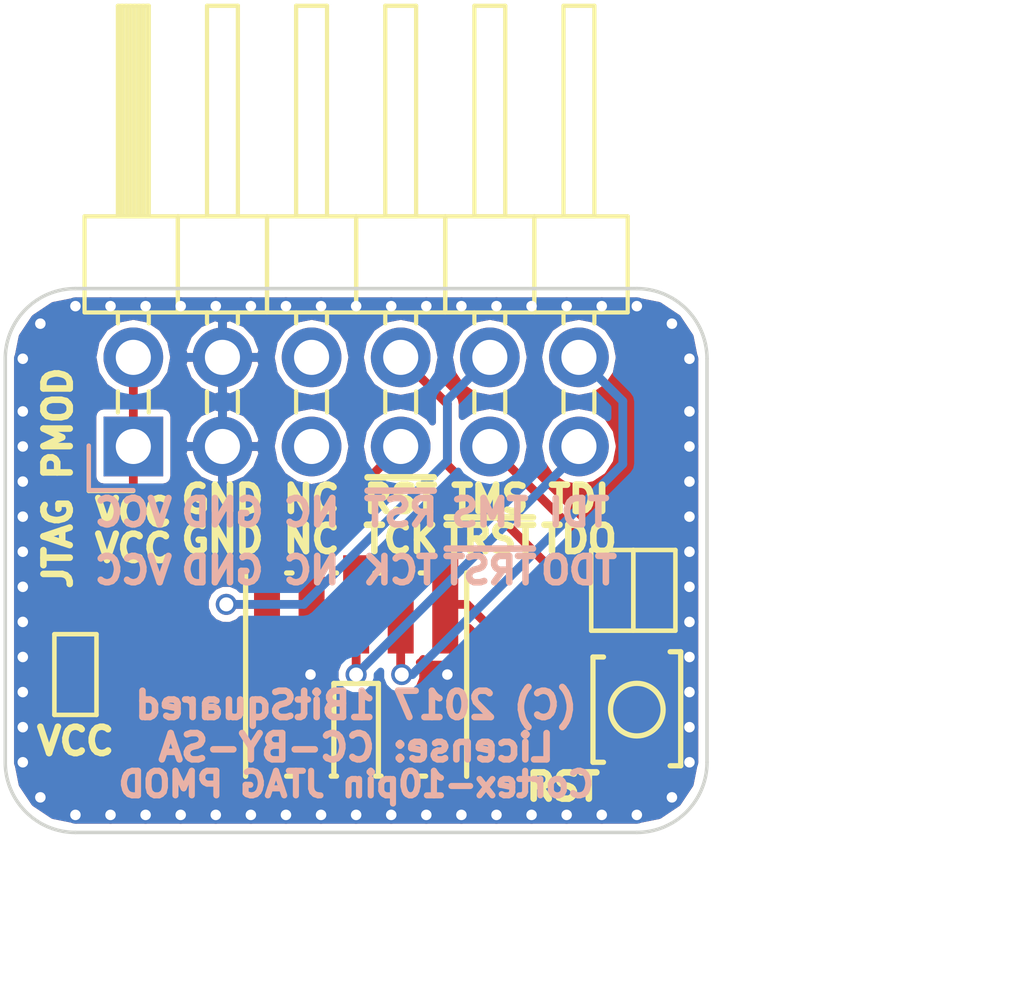
<source format=kicad_pcb>
(kicad_pcb (version 4) (host pcbnew 4.0.6-e0-6349~53~ubuntu16.04.1)

  (general
    (links 83)
    (no_connects 0)
    (area 19.922025 21.074999 52.85 51.7)
    (thickness 1.6)
    (drawings 45)
    (tracks 47)
    (zones 0)
    (modules 70)
    (nets 9)
  )

  (page A4)
  (title_block
    (title "JTAG/SWD-7pin adapter")
    (rev V1.1)
    (company 1BitSquared)
    (comment 1 "(C) 2016-2017")
    (comment 2 "CC-BY-SA V4.0")
  )

  (layers
    (0 F.Cu signal)
    (31 B.Cu signal)
    (32 B.Adhes user)
    (33 F.Adhes user)
    (34 B.Paste user)
    (35 F.Paste user)
    (36 B.SilkS user)
    (37 F.SilkS user)
    (38 B.Mask user)
    (39 F.Mask user)
    (40 Dwgs.User user)
    (41 Cmts.User user)
    (42 Eco1.User user)
    (43 Eco2.User user)
    (44 Edge.Cuts user)
    (45 Margin user)
    (46 B.CrtYd user)
    (47 F.CrtYd user)
    (48 B.Fab user hide)
    (49 F.Fab user hide)
  )

  (setup
    (last_trace_width 0.25)
    (trace_clearance 0.2)
    (zone_clearance 0.2)
    (zone_45_only no)
    (trace_min 0.2)
    (segment_width 0.2)
    (edge_width 0.1)
    (via_size 0.6)
    (via_drill 0.4)
    (via_min_size 0.4)
    (via_min_drill 0.3)
    (uvia_size 0.3)
    (uvia_drill 0.1)
    (uvias_allowed no)
    (uvia_min_size 0.2)
    (uvia_min_drill 0.1)
    (pcb_text_width 0.3)
    (pcb_text_size 1.5 1.5)
    (mod_edge_width 0.15)
    (mod_text_size 1 1)
    (mod_text_width 0.15)
    (pad_size 2.032 1.7272)
    (pad_drill 1.016)
    (pad_to_mask_clearance 0)
    (aux_axis_origin 0 0)
    (grid_origin 30 35.5)
    (visible_elements FFFFEF7F)
    (pcbplotparams
      (layerselection 0x310fc_80000001)
      (usegerberextensions true)
      (excludeedgelayer true)
      (linewidth 0.050000)
      (plotframeref false)
      (viasonmask false)
      (mode 1)
      (useauxorigin false)
      (hpglpennumber 1)
      (hpglpenspeed 20)
      (hpglpendiameter 15)
      (hpglpenoverlay 2)
      (psnegative false)
      (psa4output false)
      (plotreference false)
      (plotvalue false)
      (plotinvisibletext false)
      (padsonsilk false)
      (subtractmaskfromsilk true)
      (outputformat 1)
      (mirror false)
      (drillshape 0)
      (scaleselection 1)
      (outputdirectory gerber))
  )

  (net 0 "")
  (net 1 /RST)
  (net 2 GND)
  (net 3 /TMS)
  (net 4 /VCC)
  (net 5 /TCK)
  (net 6 /TDO)
  (net 7 /TDI)
  (net 8 /TRST)

  (net_class Default "This is the default net class."
    (clearance 0.2)
    (trace_width 0.25)
    (via_dia 0.6)
    (via_drill 0.4)
    (uvia_dia 0.3)
    (uvia_drill 0.1)
    (add_net /RST)
    (add_net /TCK)
    (add_net /TDI)
    (add_net /TDO)
    (add_net /TMS)
    (add_net /TRST)
    (add_net /VCC)
    (add_net GND)
  )

  (module pkl_misc:via0305 (layer F.Cu) (tedit 5848E3C7) (tstamp 58C84B08)
    (at 32.6 40.5)
    (fp_text reference REF** (at 0 0.35) (layer F.SilkS) hide
      (effects (font (size 0.127 0.127) (thickness 0.03175)))
    )
    (fp_text value via0305 (at 0 -0.35) (layer F.Fab) hide
      (effects (font (size 0.127 0.127) (thickness 0.03175)))
    )
    (pad 1 thru_hole circle (at 0 0) (size 0.5 0.5) (drill 0.3) (layers *.Cu)
      (net 2 GND) (zone_connect 2))
  )

  (module pkl_misc:via0305 (layer F.Cu) (tedit 5848E3C7) (tstamp 58C84B04)
    (at 28.7 40.5)
    (fp_text reference REF** (at 0 0.35) (layer F.SilkS) hide
      (effects (font (size 0.127 0.127) (thickness 0.03175)))
    )
    (fp_text value via0305 (at 0 -0.35) (layer F.Fab) hide
      (effects (font (size 0.127 0.127) (thickness 0.03175)))
    )
    (pad 1 thru_hole circle (at 0 0) (size 0.5 0.5) (drill 0.3) (layers *.Cu)
      (net 2 GND) (zone_connect 2))
  )

  (module pkl_misc:via0305 (layer F.Cu) (tedit 5848E3C7) (tstamp 58C84AA1)
    (at 39.5 33)
    (fp_text reference REF** (at 0 0.35) (layer F.SilkS) hide
      (effects (font (size 0.127 0.127) (thickness 0.03175)))
    )
    (fp_text value via0305 (at 0 -0.35) (layer F.Fab) hide
      (effects (font (size 0.127 0.127) (thickness 0.03175)))
    )
    (pad 1 thru_hole circle (at 0 0) (size 0.5 0.5) (drill 0.3) (layers *.Cu)
      (net 2 GND) (zone_connect 2))
  )

  (module pkl_misc:via0305 (layer F.Cu) (tedit 5848E3C7) (tstamp 58C84A9D)
    (at 39.5 34)
    (fp_text reference REF** (at 0 0.35) (layer F.SilkS) hide
      (effects (font (size 0.127 0.127) (thickness 0.03175)))
    )
    (fp_text value via0305 (at 0 -0.35) (layer F.Fab) hide
      (effects (font (size 0.127 0.127) (thickness 0.03175)))
    )
    (pad 1 thru_hole circle (at 0 0) (size 0.5 0.5) (drill 0.3) (layers *.Cu)
      (net 2 GND) (zone_connect 2))
  )

  (module pkl_misc:via0305 (layer F.Cu) (tedit 5848E3C7) (tstamp 58C84A85)
    (at 20.5 34)
    (fp_text reference REF** (at 0 0.35) (layer F.SilkS) hide
      (effects (font (size 0.127 0.127) (thickness 0.03175)))
    )
    (fp_text value via0305 (at 0 -0.35) (layer F.Fab) hide
      (effects (font (size 0.127 0.127) (thickness 0.03175)))
    )
    (pad 1 thru_hole circle (at 0 0) (size 0.5 0.5) (drill 0.3) (layers *.Cu)
      (net 2 GND) (zone_connect 2))
  )

  (module pkl_misc:via0305 (layer F.Cu) (tedit 5848E3C7) (tstamp 58C84A81)
    (at 20.5 33)
    (fp_text reference REF** (at 0 0.35) (layer F.SilkS) hide
      (effects (font (size 0.127 0.127) (thickness 0.03175)))
    )
    (fp_text value via0305 (at 0 -0.35) (layer F.Fab) hide
      (effects (font (size 0.127 0.127) (thickness 0.03175)))
    )
    (pad 1 thru_hole circle (at 0 0) (size 0.5 0.5) (drill 0.3) (layers *.Cu)
      (net 2 GND) (zone_connect 2))
  )

  (module pkl_misc:via0305 (layer F.Cu) (tedit 5848E3C7) (tstamp 5876EAFC)
    (at 39.5 40)
    (fp_text reference REF** (at 0 0.35) (layer F.SilkS) hide
      (effects (font (size 0.127 0.127) (thickness 0.03175)))
    )
    (fp_text value via0305 (at 0 -0.35) (layer F.Fab) hide
      (effects (font (size 0.127 0.127) (thickness 0.03175)))
    )
    (pad 1 thru_hole circle (at 0 0) (size 0.5 0.5) (drill 0.3) (layers *.Cu)
      (net 2 GND) (zone_connect 2))
  )

  (module pkl_misc:via0305 (layer F.Cu) (tedit 5848E3C7) (tstamp 5848EBE6)
    (at 39 44)
    (fp_text reference REF** (at 0 0.35) (layer F.SilkS) hide
      (effects (font (size 0.127 0.127) (thickness 0.03175)))
    )
    (fp_text value via0305 (at 0 -0.35) (layer F.Fab) hide
      (effects (font (size 0.127 0.127) (thickness 0.03175)))
    )
    (pad 1 thru_hole circle (at 0 0) (size 0.5 0.5) (drill 0.3) (layers *.Cu)
      (net 2 GND) (zone_connect 2))
  )

  (module pkl_misc:via0305 (layer F.Cu) (tedit 5848E3C7) (tstamp 5848EBE2)
    (at 21 44)
    (fp_text reference REF** (at 0 0.35) (layer F.SilkS) hide
      (effects (font (size 0.127 0.127) (thickness 0.03175)))
    )
    (fp_text value via0305 (at 0 -0.35) (layer F.Fab) hide
      (effects (font (size 0.127 0.127) (thickness 0.03175)))
    )
    (pad 1 thru_hole circle (at 0 0) (size 0.5 0.5) (drill 0.3) (layers *.Cu)
      (net 2 GND) (zone_connect 2))
  )

  (module pkl_misc:via0305 (layer F.Cu) (tedit 5848E3C7) (tstamp 5848EBD3)
    (at 39.5 37)
    (fp_text reference REF** (at 0 0.35) (layer F.SilkS) hide
      (effects (font (size 0.127 0.127) (thickness 0.03175)))
    )
    (fp_text value via0305 (at 0 -0.35) (layer F.Fab) hide
      (effects (font (size 0.127 0.127) (thickness 0.03175)))
    )
    (pad 1 thru_hole circle (at 0 0) (size 0.5 0.5) (drill 0.3) (layers *.Cu)
      (net 2 GND) (zone_connect 2))
  )

  (module pkl_misc:via0305 (layer F.Cu) (tedit 5848E3C7) (tstamp 5848EBCF)
    (at 39.5 36)
    (fp_text reference REF** (at 0 0.35) (layer F.SilkS) hide
      (effects (font (size 0.127 0.127) (thickness 0.03175)))
    )
    (fp_text value via0305 (at 0 -0.35) (layer F.Fab) hide
      (effects (font (size 0.127 0.127) (thickness 0.03175)))
    )
    (pad 1 thru_hole circle (at 0 0) (size 0.5 0.5) (drill 0.3) (layers *.Cu)
      (net 2 GND) (zone_connect 2))
  )

  (module pkl_misc:via0305 (layer F.Cu) (tedit 5848E3C7) (tstamp 5848EBCB)
    (at 39.5 35)
    (fp_text reference REF** (at 0 0.35) (layer F.SilkS) hide
      (effects (font (size 0.127 0.127) (thickness 0.03175)))
    )
    (fp_text value via0305 (at 0 -0.35) (layer F.Fab) hide
      (effects (font (size 0.127 0.127) (thickness 0.03175)))
    )
    (pad 1 thru_hole circle (at 0 0) (size 0.5 0.5) (drill 0.3) (layers *.Cu)
      (net 2 GND) (zone_connect 2))
  )

  (module pkl_misc:via0305 (layer F.Cu) (tedit 5848E3C7) (tstamp 5848EBC7)
    (at 39.5 31.5)
    (fp_text reference REF** (at 0 0.35) (layer F.SilkS) hide
      (effects (font (size 0.127 0.127) (thickness 0.03175)))
    )
    (fp_text value via0305 (at 0 -0.35) (layer F.Fab) hide
      (effects (font (size 0.127 0.127) (thickness 0.03175)))
    )
    (pad 1 thru_hole circle (at 0 0) (size 0.5 0.5) (drill 0.3) (layers *.Cu)
      (net 2 GND) (zone_connect 2))
  )

  (module pkl_misc:via0305 (layer F.Cu) (tedit 5848E3C7) (tstamp 5848EBC3)
    (at 39.5 43)
    (fp_text reference REF** (at 0 0.35) (layer F.SilkS) hide
      (effects (font (size 0.127 0.127) (thickness 0.03175)))
    )
    (fp_text value via0305 (at 0 -0.35) (layer F.Fab) hide
      (effects (font (size 0.127 0.127) (thickness 0.03175)))
    )
    (pad 1 thru_hole circle (at 0 0) (size 0.5 0.5) (drill 0.3) (layers *.Cu)
      (net 2 GND) (zone_connect 2))
  )

  (module pkl_misc:via0305 (layer F.Cu) (tedit 5848E3C7) (tstamp 5848EBBF)
    (at 39.5 42)
    (fp_text reference REF** (at 0 0.35) (layer F.SilkS) hide
      (effects (font (size 0.127 0.127) (thickness 0.03175)))
    )
    (fp_text value via0305 (at 0 -0.35) (layer F.Fab) hide
      (effects (font (size 0.127 0.127) (thickness 0.03175)))
    )
    (pad 1 thru_hole circle (at 0 0) (size 0.5 0.5) (drill 0.3) (layers *.Cu)
      (net 2 GND) (zone_connect 2))
  )

  (module pkl_misc:via0305 (layer F.Cu) (tedit 5848E3C7) (tstamp 5848EBBB)
    (at 39.5 41)
    (fp_text reference REF** (at 0 0.35) (layer F.SilkS) hide
      (effects (font (size 0.127 0.127) (thickness 0.03175)))
    )
    (fp_text value via0305 (at 0 -0.35) (layer F.Fab) hide
      (effects (font (size 0.127 0.127) (thickness 0.03175)))
    )
    (pad 1 thru_hole circle (at 0 0) (size 0.5 0.5) (drill 0.3) (layers *.Cu)
      (net 2 GND) (zone_connect 2))
  )

  (module pkl_misc:via0305 (layer F.Cu) (tedit 5848E3C7) (tstamp 5848EBB3)
    (at 39.5 39)
    (fp_text reference REF** (at 0 0.35) (layer F.SilkS) hide
      (effects (font (size 0.127 0.127) (thickness 0.03175)))
    )
    (fp_text value via0305 (at 0 -0.35) (layer F.Fab) hide
      (effects (font (size 0.127 0.127) (thickness 0.03175)))
    )
    (pad 1 thru_hole circle (at 0 0) (size 0.5 0.5) (drill 0.3) (layers *.Cu)
      (net 2 GND) (zone_connect 2))
  )

  (module pkl_misc:via0305 (layer F.Cu) (tedit 5848E3C7) (tstamp 5848EBAF)
    (at 39.5 38)
    (fp_text reference REF** (at 0 0.35) (layer F.SilkS) hide
      (effects (font (size 0.127 0.127) (thickness 0.03175)))
    )
    (fp_text value via0305 (at 0 -0.35) (layer F.Fab) hide
      (effects (font (size 0.127 0.127) (thickness 0.03175)))
    )
    (pad 1 thru_hole circle (at 0 0) (size 0.5 0.5) (drill 0.3) (layers *.Cu)
      (net 2 GND) (zone_connect 2))
  )

  (module pkl_misc:via0305 (layer F.Cu) (tedit 5848E3C7) (tstamp 5848EBAB)
    (at 20.5 43)
    (fp_text reference REF** (at 0 0.35) (layer F.SilkS) hide
      (effects (font (size 0.127 0.127) (thickness 0.03175)))
    )
    (fp_text value via0305 (at 0 -0.35) (layer F.Fab) hide
      (effects (font (size 0.127 0.127) (thickness 0.03175)))
    )
    (pad 1 thru_hole circle (at 0 0) (size 0.5 0.5) (drill 0.3) (layers *.Cu)
      (net 2 GND) (zone_connect 2))
  )

  (module pkl_misc:via0305 (layer F.Cu) (tedit 5848E3C7) (tstamp 5848EBA7)
    (at 20.5 42)
    (fp_text reference REF** (at 0 0.35) (layer F.SilkS) hide
      (effects (font (size 0.127 0.127) (thickness 0.03175)))
    )
    (fp_text value via0305 (at 0 -0.35) (layer F.Fab) hide
      (effects (font (size 0.127 0.127) (thickness 0.03175)))
    )
    (pad 1 thru_hole circle (at 0 0) (size 0.5 0.5) (drill 0.3) (layers *.Cu)
      (net 2 GND) (zone_connect 2))
  )

  (module pkl_misc:via0305 (layer F.Cu) (tedit 5848E3C7) (tstamp 5848EBA3)
    (at 20.5 41)
    (fp_text reference REF** (at 0 0.35) (layer F.SilkS) hide
      (effects (font (size 0.127 0.127) (thickness 0.03175)))
    )
    (fp_text value via0305 (at 0 -0.35) (layer F.Fab) hide
      (effects (font (size 0.127 0.127) (thickness 0.03175)))
    )
    (pad 1 thru_hole circle (at 0 0) (size 0.5 0.5) (drill 0.3) (layers *.Cu)
      (net 2 GND) (zone_connect 2))
  )

  (module pkl_misc:via0305 (layer F.Cu) (tedit 5848E3C7) (tstamp 5848EB9F)
    (at 20.5 40)
    (fp_text reference REF** (at 0 0.35) (layer F.SilkS) hide
      (effects (font (size 0.127 0.127) (thickness 0.03175)))
    )
    (fp_text value via0305 (at 0 -0.35) (layer F.Fab) hide
      (effects (font (size 0.127 0.127) (thickness 0.03175)))
    )
    (pad 1 thru_hole circle (at 0 0) (size 0.5 0.5) (drill 0.3) (layers *.Cu)
      (net 2 GND) (zone_connect 2))
  )

  (module pkl_misc:via0305 (layer F.Cu) (tedit 5848E3C7) (tstamp 5848EB9B)
    (at 20.5 39)
    (fp_text reference REF** (at 0 0.35) (layer F.SilkS) hide
      (effects (font (size 0.127 0.127) (thickness 0.03175)))
    )
    (fp_text value via0305 (at 0 -0.35) (layer F.Fab) hide
      (effects (font (size 0.127 0.127) (thickness 0.03175)))
    )
    (pad 1 thru_hole circle (at 0 0) (size 0.5 0.5) (drill 0.3) (layers *.Cu)
      (net 2 GND) (zone_connect 2))
  )

  (module pkl_misc:via0305 (layer F.Cu) (tedit 5848E3C7) (tstamp 5848EB97)
    (at 20.5 38)
    (fp_text reference REF** (at 0 0.35) (layer F.SilkS) hide
      (effects (font (size 0.127 0.127) (thickness 0.03175)))
    )
    (fp_text value via0305 (at 0 -0.35) (layer F.Fab) hide
      (effects (font (size 0.127 0.127) (thickness 0.03175)))
    )
    (pad 1 thru_hole circle (at 0 0) (size 0.5 0.5) (drill 0.3) (layers *.Cu)
      (net 2 GND) (zone_connect 2))
  )

  (module pkl_misc:via0305 (layer F.Cu) (tedit 5848E3C7) (tstamp 5848EB92)
    (at 20.5 37)
    (fp_text reference REF** (at 0 0.35) (layer F.SilkS) hide
      (effects (font (size 0.127 0.127) (thickness 0.03175)))
    )
    (fp_text value via0305 (at 0 -0.35) (layer F.Fab) hide
      (effects (font (size 0.127 0.127) (thickness 0.03175)))
    )
    (pad 1 thru_hole circle (at 0 0) (size 0.5 0.5) (drill 0.3) (layers *.Cu)
      (net 2 GND) (zone_connect 2))
  )

  (module pkl_misc:via0305 (layer F.Cu) (tedit 5848E3C7) (tstamp 5848EB8E)
    (at 20.5 36)
    (fp_text reference REF** (at 0 0.35) (layer F.SilkS) hide
      (effects (font (size 0.127 0.127) (thickness 0.03175)))
    )
    (fp_text value via0305 (at 0 -0.35) (layer F.Fab) hide
      (effects (font (size 0.127 0.127) (thickness 0.03175)))
    )
    (pad 1 thru_hole circle (at 0 0) (size 0.5 0.5) (drill 0.3) (layers *.Cu)
      (net 2 GND) (zone_connect 2))
  )

  (module pkl_misc:via0305 (layer F.Cu) (tedit 5848E3C7) (tstamp 5848EB8A)
    (at 20.5 35)
    (fp_text reference REF** (at 0 0.35) (layer F.SilkS) hide
      (effects (font (size 0.127 0.127) (thickness 0.03175)))
    )
    (fp_text value via0305 (at 0 -0.35) (layer F.Fab) hide
      (effects (font (size 0.127 0.127) (thickness 0.03175)))
    )
    (pad 1 thru_hole circle (at 0 0) (size 0.5 0.5) (drill 0.3) (layers *.Cu)
      (net 2 GND) (zone_connect 2))
  )

  (module pkl_misc:via0305 (layer F.Cu) (tedit 5848E3C7) (tstamp 5848EB86)
    (at 20.5 31.5)
    (fp_text reference REF** (at 0 0.35) (layer F.SilkS) hide
      (effects (font (size 0.127 0.127) (thickness 0.03175)))
    )
    (fp_text value via0305 (at 0 -0.35) (layer F.Fab) hide
      (effects (font (size 0.127 0.127) (thickness 0.03175)))
    )
    (pad 1 thru_hole circle (at 0 0) (size 0.5 0.5) (drill 0.3) (layers *.Cu)
      (net 2 GND) (zone_connect 2))
  )

  (module pkl_misc:via0305 (layer F.Cu) (tedit 5848E3C7) (tstamp 5848EB7A)
    (at 21 30.5)
    (fp_text reference REF** (at 0 0.35) (layer F.SilkS) hide
      (effects (font (size 0.127 0.127) (thickness 0.03175)))
    )
    (fp_text value via0305 (at 0 -0.35) (layer F.Fab) hide
      (effects (font (size 0.127 0.127) (thickness 0.03175)))
    )
    (pad 1 thru_hole circle (at 0 0) (size 0.5 0.5) (drill 0.3) (layers *.Cu)
      (net 2 GND) (zone_connect 2))
  )

  (module pkl_misc:via0305 (layer F.Cu) (tedit 5848E3C7) (tstamp 5848EB73)
    (at 24 44.5)
    (fp_text reference REF** (at 0 0.35) (layer F.SilkS) hide
      (effects (font (size 0.127 0.127) (thickness 0.03175)))
    )
    (fp_text value via0305 (at 0 -0.35) (layer F.Fab) hide
      (effects (font (size 0.127 0.127) (thickness 0.03175)))
    )
    (pad 1 thru_hole circle (at 0 0) (size 0.5 0.5) (drill 0.3) (layers *.Cu)
      (net 2 GND) (zone_connect 2))
  )

  (module pkl_misc:via0305 (layer F.Cu) (tedit 5848E3C7) (tstamp 5848EB6F)
    (at 22 44.5)
    (fp_text reference REF** (at 0 0.35) (layer F.SilkS) hide
      (effects (font (size 0.127 0.127) (thickness 0.03175)))
    )
    (fp_text value via0305 (at 0 -0.35) (layer F.Fab) hide
      (effects (font (size 0.127 0.127) (thickness 0.03175)))
    )
    (pad 1 thru_hole circle (at 0 0) (size 0.5 0.5) (drill 0.3) (layers *.Cu)
      (net 2 GND) (zone_connect 2))
  )

  (module pkl_misc:via0305 (layer F.Cu) (tedit 5848E3C7) (tstamp 5848EB6B)
    (at 25 44.5)
    (fp_text reference REF** (at 0 0.35) (layer F.SilkS) hide
      (effects (font (size 0.127 0.127) (thickness 0.03175)))
    )
    (fp_text value via0305 (at 0 -0.35) (layer F.Fab) hide
      (effects (font (size 0.127 0.127) (thickness 0.03175)))
    )
    (pad 1 thru_hole circle (at 0 0) (size 0.5 0.5) (drill 0.3) (layers *.Cu)
      (net 2 GND) (zone_connect 2))
  )

  (module pkl_misc:via0305 (layer F.Cu) (tedit 5848E3C7) (tstamp 5848EB67)
    (at 26 44.5)
    (fp_text reference REF** (at 0 0.35) (layer F.SilkS) hide
      (effects (font (size 0.127 0.127) (thickness 0.03175)))
    )
    (fp_text value via0305 (at 0 -0.35) (layer F.Fab) hide
      (effects (font (size 0.127 0.127) (thickness 0.03175)))
    )
    (pad 1 thru_hole circle (at 0 0) (size 0.5 0.5) (drill 0.3) (layers *.Cu)
      (net 2 GND) (zone_connect 2))
  )

  (module pkl_misc:via0305 (layer F.Cu) (tedit 5848E3C7) (tstamp 5848EB63)
    (at 23 44.5)
    (fp_text reference REF** (at 0 0.35) (layer F.SilkS) hide
      (effects (font (size 0.127 0.127) (thickness 0.03175)))
    )
    (fp_text value via0305 (at 0 -0.35) (layer F.Fab) hide
      (effects (font (size 0.127 0.127) (thickness 0.03175)))
    )
    (pad 1 thru_hole circle (at 0 0) (size 0.5 0.5) (drill 0.3) (layers *.Cu)
      (net 2 GND) (zone_connect 2))
  )

  (module pkl_misc:via0305 (layer F.Cu) (tedit 5848E3C7) (tstamp 5848EB5F)
    (at 33 44.5)
    (fp_text reference REF** (at 0 0.35) (layer F.SilkS) hide
      (effects (font (size 0.127 0.127) (thickness 0.03175)))
    )
    (fp_text value via0305 (at 0 -0.35) (layer F.Fab) hide
      (effects (font (size 0.127 0.127) (thickness 0.03175)))
    )
    (pad 1 thru_hole circle (at 0 0) (size 0.5 0.5) (drill 0.3) (layers *.Cu)
      (net 2 GND) (zone_connect 2))
  )

  (module pkl_misc:via0305 (layer F.Cu) (tedit 5848E3C7) (tstamp 5848EB5B)
    (at 31 44.5)
    (fp_text reference REF** (at 0 0.35) (layer F.SilkS) hide
      (effects (font (size 0.127 0.127) (thickness 0.03175)))
    )
    (fp_text value via0305 (at 0 -0.35) (layer F.Fab) hide
      (effects (font (size 0.127 0.127) (thickness 0.03175)))
    )
    (pad 1 thru_hole circle (at 0 0) (size 0.5 0.5) (drill 0.3) (layers *.Cu)
      (net 2 GND) (zone_connect 2))
  )

  (module pkl_misc:via0305 (layer F.Cu) (tedit 5848E3C7) (tstamp 5848EB57)
    (at 29 44.5)
    (fp_text reference REF** (at 0 0.35) (layer F.SilkS) hide
      (effects (font (size 0.127 0.127) (thickness 0.03175)))
    )
    (fp_text value via0305 (at 0 -0.35) (layer F.Fab) hide
      (effects (font (size 0.127 0.127) (thickness 0.03175)))
    )
    (pad 1 thru_hole circle (at 0 0) (size 0.5 0.5) (drill 0.3) (layers *.Cu)
      (net 2 GND) (zone_connect 2))
  )

  (module pkl_misc:via0305 (layer F.Cu) (tedit 5848E3C7) (tstamp 5848EB53)
    (at 27 44.5)
    (fp_text reference REF** (at 0 0.35) (layer F.SilkS) hide
      (effects (font (size 0.127 0.127) (thickness 0.03175)))
    )
    (fp_text value via0305 (at 0 -0.35) (layer F.Fab) hide
      (effects (font (size 0.127 0.127) (thickness 0.03175)))
    )
    (pad 1 thru_hole circle (at 0 0) (size 0.5 0.5) (drill 0.3) (layers *.Cu)
      (net 2 GND) (zone_connect 2))
  )

  (module pkl_misc:via0305 (layer F.Cu) (tedit 5848E3C7) (tstamp 5848EB4F)
    (at 28 44.5)
    (fp_text reference REF** (at 0 0.35) (layer F.SilkS) hide
      (effects (font (size 0.127 0.127) (thickness 0.03175)))
    )
    (fp_text value via0305 (at 0 -0.35) (layer F.Fab) hide
      (effects (font (size 0.127 0.127) (thickness 0.03175)))
    )
    (pad 1 thru_hole circle (at 0 0) (size 0.5 0.5) (drill 0.3) (layers *.Cu)
      (net 2 GND) (zone_connect 2))
  )

  (module pkl_misc:via0305 (layer F.Cu) (tedit 5848E3C7) (tstamp 5848EB47)
    (at 38 44.5)
    (fp_text reference REF** (at 0 0.35) (layer F.SilkS) hide
      (effects (font (size 0.127 0.127) (thickness 0.03175)))
    )
    (fp_text value via0305 (at 0 -0.35) (layer F.Fab) hide
      (effects (font (size 0.127 0.127) (thickness 0.03175)))
    )
    (pad 1 thru_hole circle (at 0 0) (size 0.5 0.5) (drill 0.3) (layers *.Cu)
      (net 2 GND) (zone_connect 2))
  )

  (module pkl_misc:via0305 (layer F.Cu) (tedit 5848E3C7) (tstamp 5848EB43)
    (at 35 44.5)
    (fp_text reference REF** (at 0 0.35) (layer F.SilkS) hide
      (effects (font (size 0.127 0.127) (thickness 0.03175)))
    )
    (fp_text value via0305 (at 0 -0.35) (layer F.Fab) hide
      (effects (font (size 0.127 0.127) (thickness 0.03175)))
    )
    (pad 1 thru_hole circle (at 0 0) (size 0.5 0.5) (drill 0.3) (layers *.Cu)
      (net 2 GND) (zone_connect 2))
  )

  (module pkl_misc:via0305 (layer F.Cu) (tedit 5848E3C7) (tstamp 5848EB3F)
    (at 34 44.5)
    (fp_text reference REF** (at 0 0.35) (layer F.SilkS) hide
      (effects (font (size 0.127 0.127) (thickness 0.03175)))
    )
    (fp_text value via0305 (at 0 -0.35) (layer F.Fab) hide
      (effects (font (size 0.127 0.127) (thickness 0.03175)))
    )
    (pad 1 thru_hole circle (at 0 0) (size 0.5 0.5) (drill 0.3) (layers *.Cu)
      (net 2 GND) (zone_connect 2))
  )

  (module pkl_misc:via0305 (layer F.Cu) (tedit 5848E3C7) (tstamp 5848EB3B)
    (at 37 44.5)
    (fp_text reference REF** (at 0 0.35) (layer F.SilkS) hide
      (effects (font (size 0.127 0.127) (thickness 0.03175)))
    )
    (fp_text value via0305 (at 0 -0.35) (layer F.Fab) hide
      (effects (font (size 0.127 0.127) (thickness 0.03175)))
    )
    (pad 1 thru_hole circle (at 0 0) (size 0.5 0.5) (drill 0.3) (layers *.Cu)
      (net 2 GND) (zone_connect 2))
  )

  (module pkl_misc:via0305 (layer F.Cu) (tedit 5848E3C7) (tstamp 5848EB37)
    (at 36 44.5)
    (fp_text reference REF** (at 0 0.35) (layer F.SilkS) hide
      (effects (font (size 0.127 0.127) (thickness 0.03175)))
    )
    (fp_text value via0305 (at 0 -0.35) (layer F.Fab) hide
      (effects (font (size 0.127 0.127) (thickness 0.03175)))
    )
    (pad 1 thru_hole circle (at 0 0) (size 0.5 0.5) (drill 0.3) (layers *.Cu)
      (net 2 GND) (zone_connect 2))
  )

  (module pkl_misc:via0305 (layer F.Cu) (tedit 5848E3C7) (tstamp 5848EB33)
    (at 32 44.5)
    (fp_text reference REF** (at 0 0.35) (layer F.SilkS) hide
      (effects (font (size 0.127 0.127) (thickness 0.03175)))
    )
    (fp_text value via0305 (at 0 -0.35) (layer F.Fab) hide
      (effects (font (size 0.127 0.127) (thickness 0.03175)))
    )
    (pad 1 thru_hole circle (at 0 0) (size 0.5 0.5) (drill 0.3) (layers *.Cu)
      (net 2 GND) (zone_connect 2))
  )

  (module pkl_misc:via0305 (layer F.Cu) (tedit 5848E3C7) (tstamp 5848EAC0)
    (at 22 30)
    (fp_text reference REF** (at 0 0.35) (layer F.SilkS) hide
      (effects (font (size 0.127 0.127) (thickness 0.03175)))
    )
    (fp_text value via0305 (at 0 -0.35) (layer F.Fab) hide
      (effects (font (size 0.127 0.127) (thickness 0.03175)))
    )
    (pad 1 thru_hole circle (at 0 0) (size 0.5 0.5) (drill 0.3) (layers *.Cu)
      (net 2 GND) (zone_connect 2))
  )

  (module pkl_misc:via0305 (layer F.Cu) (tedit 5848E3C7) (tstamp 5848EAB8)
    (at 23 30)
    (fp_text reference REF** (at 0 0.35) (layer F.SilkS) hide
      (effects (font (size 0.127 0.127) (thickness 0.03175)))
    )
    (fp_text value via0305 (at 0 -0.35) (layer F.Fab) hide
      (effects (font (size 0.127 0.127) (thickness 0.03175)))
    )
    (pad 1 thru_hole circle (at 0 0) (size 0.5 0.5) (drill 0.3) (layers *.Cu)
      (net 2 GND) (zone_connect 2))
  )

  (module pkl_misc:via0305 (layer F.Cu) (tedit 5848E3C7) (tstamp 5848EAAC)
    (at 27 30)
    (fp_text reference REF** (at 0 0.35) (layer F.SilkS) hide
      (effects (font (size 0.127 0.127) (thickness 0.03175)))
    )
    (fp_text value via0305 (at 0 -0.35) (layer F.Fab) hide
      (effects (font (size 0.127 0.127) (thickness 0.03175)))
    )
    (pad 1 thru_hole circle (at 0 0) (size 0.5 0.5) (drill 0.3) (layers *.Cu)
      (net 2 GND) (zone_connect 2))
  )

  (module pkl_misc:via0305 (layer F.Cu) (tedit 5848E3C7) (tstamp 5848EAA8)
    (at 28 30)
    (fp_text reference REF** (at 0 0.35) (layer F.SilkS) hide
      (effects (font (size 0.127 0.127) (thickness 0.03175)))
    )
    (fp_text value via0305 (at 0 -0.35) (layer F.Fab) hide
      (effects (font (size 0.127 0.127) (thickness 0.03175)))
    )
    (pad 1 thru_hole circle (at 0 0) (size 0.5 0.5) (drill 0.3) (layers *.Cu)
      (net 2 GND) (zone_connect 2))
  )

  (module pkl_misc:via0305 (layer F.Cu) (tedit 5848E3C7) (tstamp 5848EAA4)
    (at 26 30)
    (fp_text reference REF** (at 0 0.35) (layer F.SilkS) hide
      (effects (font (size 0.127 0.127) (thickness 0.03175)))
    )
    (fp_text value via0305 (at 0 -0.35) (layer F.Fab) hide
      (effects (font (size 0.127 0.127) (thickness 0.03175)))
    )
    (pad 1 thru_hole circle (at 0 0) (size 0.5 0.5) (drill 0.3) (layers *.Cu)
      (net 2 GND) (zone_connect 2))
  )

  (module pkl_misc:via0305 (layer F.Cu) (tedit 5848E3C7) (tstamp 5848EAA0)
    (at 29 30)
    (fp_text reference REF** (at 0 0.35) (layer F.SilkS) hide
      (effects (font (size 0.127 0.127) (thickness 0.03175)))
    )
    (fp_text value via0305 (at 0 -0.35) (layer F.Fab) hide
      (effects (font (size 0.127 0.127) (thickness 0.03175)))
    )
    (pad 1 thru_hole circle (at 0 0) (size 0.5 0.5) (drill 0.3) (layers *.Cu)
      (net 2 GND) (zone_connect 2))
  )

  (module pkl_misc:via0305 (layer F.Cu) (tedit 5848E3C7) (tstamp 5848EA9C)
    (at 25 30)
    (fp_text reference REF** (at 0 0.35) (layer F.SilkS) hide
      (effects (font (size 0.127 0.127) (thickness 0.03175)))
    )
    (fp_text value via0305 (at 0 -0.35) (layer F.Fab) hide
      (effects (font (size 0.127 0.127) (thickness 0.03175)))
    )
    (pad 1 thru_hole circle (at 0 0) (size 0.5 0.5) (drill 0.3) (layers *.Cu)
      (net 2 GND) (zone_connect 2))
  )

  (module pkl_misc:via0305 (layer F.Cu) (tedit 5848E3C7) (tstamp 5848EA98)
    (at 24 30)
    (fp_text reference REF** (at 0 0.35) (layer F.SilkS) hide
      (effects (font (size 0.127 0.127) (thickness 0.03175)))
    )
    (fp_text value via0305 (at 0 -0.35) (layer F.Fab) hide
      (effects (font (size 0.127 0.127) (thickness 0.03175)))
    )
    (pad 1 thru_hole circle (at 0 0) (size 0.5 0.5) (drill 0.3) (layers *.Cu)
      (net 2 GND) (zone_connect 2))
  )

  (module pkl_misc:via0305 (layer F.Cu) (tedit 5848E3C7) (tstamp 5848EA23)
    (at 30 44.5)
    (fp_text reference REF** (at 0 0.35) (layer F.SilkS) hide
      (effects (font (size 0.127 0.127) (thickness 0.03175)))
    )
    (fp_text value via0305 (at 0 -0.35) (layer F.Fab) hide
      (effects (font (size 0.127 0.127) (thickness 0.03175)))
    )
    (pad 1 thru_hole circle (at 0 0) (size 0.5 0.5) (drill 0.3) (layers *.Cu)
      (net 2 GND) (zone_connect 2))
  )

  (module pkl_misc:via0305 (layer F.Cu) (tedit 5848E3C7) (tstamp 5848E8C1)
    (at 38 30)
    (fp_text reference REF** (at 0 0.35) (layer F.SilkS) hide
      (effects (font (size 0.127 0.127) (thickness 0.03175)))
    )
    (fp_text value via0305 (at 0 -0.35) (layer F.Fab) hide
      (effects (font (size 0.127 0.127) (thickness 0.03175)))
    )
    (pad 1 thru_hole circle (at 0 0) (size 0.5 0.5) (drill 0.3) (layers *.Cu)
      (net 2 GND) (zone_connect 2))
  )

  (module pkl_misc:via0305 (layer F.Cu) (tedit 5848E3C7) (tstamp 5848E8BD)
    (at 37 30)
    (fp_text reference REF** (at 0 0.35) (layer F.SilkS) hide
      (effects (font (size 0.127 0.127) (thickness 0.03175)))
    )
    (fp_text value via0305 (at 0 -0.35) (layer F.Fab) hide
      (effects (font (size 0.127 0.127) (thickness 0.03175)))
    )
    (pad 1 thru_hole circle (at 0 0) (size 0.5 0.5) (drill 0.3) (layers *.Cu)
      (net 2 GND) (zone_connect 2))
  )

  (module pkl_misc:via0305 (layer F.Cu) (tedit 5848E3C7) (tstamp 5848E8B9)
    (at 36 30)
    (fp_text reference REF** (at 0 0.35) (layer F.SilkS) hide
      (effects (font (size 0.127 0.127) (thickness 0.03175)))
    )
    (fp_text value via0305 (at 0 -0.35) (layer F.Fab) hide
      (effects (font (size 0.127 0.127) (thickness 0.03175)))
    )
    (pad 1 thru_hole circle (at 0 0) (size 0.5 0.5) (drill 0.3) (layers *.Cu)
      (net 2 GND) (zone_connect 2))
  )

  (module pkl_misc:via0305 (layer F.Cu) (tedit 5848E3C7) (tstamp 5848E8B5)
    (at 35 30)
    (fp_text reference REF** (at 0 0.35) (layer F.SilkS) hide
      (effects (font (size 0.127 0.127) (thickness 0.03175)))
    )
    (fp_text value via0305 (at 0 -0.35) (layer F.Fab) hide
      (effects (font (size 0.127 0.127) (thickness 0.03175)))
    )
    (pad 1 thru_hole circle (at 0 0) (size 0.5 0.5) (drill 0.3) (layers *.Cu)
      (net 2 GND) (zone_connect 2))
  )

  (module pkl_misc:via0305 (layer F.Cu) (tedit 5848E3C7) (tstamp 5848E8B1)
    (at 34 30)
    (fp_text reference REF** (at 0 0.35) (layer F.SilkS) hide
      (effects (font (size 0.127 0.127) (thickness 0.03175)))
    )
    (fp_text value via0305 (at 0 -0.35) (layer F.Fab) hide
      (effects (font (size 0.127 0.127) (thickness 0.03175)))
    )
    (pad 1 thru_hole circle (at 0 0) (size 0.5 0.5) (drill 0.3) (layers *.Cu)
      (net 2 GND) (zone_connect 2))
  )

  (module pkl_misc:via0305 (layer F.Cu) (tedit 5848E3C7) (tstamp 5848E8AD)
    (at 33 30)
    (fp_text reference REF** (at 0 0.35) (layer F.SilkS) hide
      (effects (font (size 0.127 0.127) (thickness 0.03175)))
    )
    (fp_text value via0305 (at 0 -0.35) (layer F.Fab) hide
      (effects (font (size 0.127 0.127) (thickness 0.03175)))
    )
    (pad 1 thru_hole circle (at 0 0) (size 0.5 0.5) (drill 0.3) (layers *.Cu)
      (net 2 GND) (zone_connect 2))
  )

  (module pkl_misc:via0305 (layer F.Cu) (tedit 5848E3C7) (tstamp 5848E8A9)
    (at 32 30)
    (fp_text reference REF** (at 0 0.35) (layer F.SilkS) hide
      (effects (font (size 0.127 0.127) (thickness 0.03175)))
    )
    (fp_text value via0305 (at 0 -0.35) (layer F.Fab) hide
      (effects (font (size 0.127 0.127) (thickness 0.03175)))
    )
    (pad 1 thru_hole circle (at 0 0) (size 0.5 0.5) (drill 0.3) (layers *.Cu)
      (net 2 GND) (zone_connect 2))
  )

  (module pkl_misc:via0305 (layer F.Cu) (tedit 5848E3C7) (tstamp 5848E8A5)
    (at 31 30)
    (fp_text reference REF** (at 0 0.35) (layer F.SilkS) hide
      (effects (font (size 0.127 0.127) (thickness 0.03175)))
    )
    (fp_text value via0305 (at 0 -0.35) (layer F.Fab) hide
      (effects (font (size 0.127 0.127) (thickness 0.03175)))
    )
    (pad 1 thru_hole circle (at 0 0) (size 0.5 0.5) (drill 0.3) (layers *.Cu)
      (net 2 GND) (zone_connect 2))
  )

  (module pkl_misc:via0305 (layer F.Cu) (tedit 5848E3C7) (tstamp 5848E8A1)
    (at 30 30)
    (fp_text reference REF** (at 0 0.35) (layer F.SilkS) hide
      (effects (font (size 0.127 0.127) (thickness 0.03175)))
    )
    (fp_text value via0305 (at 0 -0.35) (layer F.Fab) hide
      (effects (font (size 0.127 0.127) (thickness 0.03175)))
    )
    (pad 1 thru_hole circle (at 0 0) (size 0.5 0.5) (drill 0.3) (layers *.Cu)
      (net 2 GND) (zone_connect 2))
  )

  (module pkl_samtec:FTSH-105-XX-X-DV (layer F.Cu) (tedit 576E3874) (tstamp 58487BA2)
    (at 30 40.5 180)
    (path /56B39A9A)
    (fp_text reference X1 (at 0 4.5 180) (layer F.Fab)
      (effects (font (size 1 1) (thickness 0.15)))
    )
    (fp_text value JTAG-10 (at 0 -4.5 180) (layer F.Fab)
      (effects (font (size 1 1) (thickness 0.15)))
    )
    (fp_line (start -3.3 -3.05) (end 3.3 -3.05) (layer F.CrtYd) (width 0.05))
    (fp_line (start -3.3 3.05) (end -3.3 -3.05) (layer F.CrtYd) (width 0.05))
    (fp_line (start 3.3 3.05) (end -3.3 3.05) (layer F.CrtYd) (width 0.05))
    (fp_line (start 3.3 -3.05) (end 3.3 3.05) (layer F.CrtYd) (width 0.05))
    (fp_line (start -0.635 -0.254) (end -0.635 -2.794) (layer F.SilkS) (width 0.15))
    (fp_line (start 0.635 -0.254) (end -0.635 -0.254) (layer F.SilkS) (width 0.15))
    (fp_line (start 0.635 -2.794) (end 0.635 -0.254) (layer F.SilkS) (width 0.15))
    (fp_line (start 1.8288 2.8956) (end 1.9812 2.8956) (layer F.SilkS) (width 0.15))
    (fp_line (start 0.5588 2.8956) (end 0.7112 2.8956) (layer F.SilkS) (width 0.15))
    (fp_line (start -0.7112 2.8956) (end -0.5334 2.8956) (layer F.SilkS) (width 0.15))
    (fp_line (start -1.9812 2.8956) (end -1.8288 2.8956) (layer F.SilkS) (width 0.15))
    (fp_line (start -1.8288 -2.8956) (end -1.9812 -2.8956) (layer F.SilkS) (width 0.15))
    (fp_line (start -0.5588 -2.8956) (end -0.7112 -2.8956) (layer F.SilkS) (width 0.15))
    (fp_line (start 0.7112 -2.8956) (end 0.5588 -2.8956) (layer F.SilkS) (width 0.15))
    (fp_line (start 1.9812 -2.8956) (end 1.8288 -2.8956) (layer F.SilkS) (width 0.15))
    (fp_line (start 3.15 2.9) (end 3.15 -2.9) (layer F.SilkS) (width 0.15))
    (fp_line (start -3.15 2.9) (end -3.15 -2.9) (layer F.SilkS) (width 0.15))
    (pad 1 smd rect (at 2.54 -2) (size 0.74 2.8) (layers F.Cu F.Paste F.Mask)
      (net 4 /VCC))
    (pad 2 smd rect (at 2.54 2) (size 0.74 2.8) (layers F.Cu F.Paste F.Mask)
      (net 3 /TMS))
    (pad 3 smd rect (at 1.27 -2) (size 0.74 2.8) (layers F.Cu F.Paste F.Mask)
      (net 2 GND))
    (pad 4 smd rect (at 1.27 2) (size 0.74 2.8) (layers F.Cu F.Paste F.Mask)
      (net 5 /TCK))
    (pad 5 smd rect (at 0 -2) (size 0.74 2.8) (layers F.Cu F.Paste F.Mask)
      (net 2 GND))
    (pad 6 smd rect (at 0 2) (size 0.74 2.8) (layers F.Cu F.Paste F.Mask)
      (net 6 /TDO))
    (pad 7 smd rect (at -1.27 -2) (size 0.74 2.8) (layers F.Cu F.Paste F.Mask))
    (pad 8 smd rect (at -1.27 2) (size 0.74 2.8) (layers F.Cu F.Paste F.Mask)
      (net 7 /TDI))
    (pad 9 smd rect (at -2.54 -2) (size 0.74 2.8) (layers F.Cu F.Paste F.Mask)
      (net 2 GND))
    (pad 10 smd rect (at -2.54 2) (size 0.74 2.8) (layers F.Cu F.Paste F.Mask)
      (net 1 /RST))
    (model walter/conn_strip/vasch_strip_5x2.wrl
      (at (xyz 0 0 0))
      (scale (xyz 0.5 0.5 0.5))
      (rotate (xyz 0 0 180))
    )
  )

  (module pkl_misc:via0305 (layer F.Cu) (tedit 5848E3C7) (tstamp 5848E895)
    (at 39 30.5)
    (fp_text reference REF** (at 0 0.35) (layer F.SilkS) hide
      (effects (font (size 0.127 0.127) (thickness 0.03175)))
    )
    (fp_text value via0305 (at 0 -0.35) (layer F.Fab) hide
      (effects (font (size 0.127 0.127) (thickness 0.03175)))
    )
    (pad 1 thru_hole circle (at 0 0) (size 0.5 0.5) (drill 0.3) (layers *.Cu)
      (net 2 GND) (zone_connect 2))
  )

  (module pkl_buttons_switches:Tact_Switch_Top_B3U-1000P (layer F.Cu) (tedit 5753DB6A) (tstamp 5876EAD9)
    (at 38 41.5 180)
    (path /56C4161E)
    (fp_text reference SW1 (at -2.5 0 450) (layer F.Fab)
      (effects (font (size 1 1) (thickness 0.15)))
    )
    (fp_text value TACT (at 2.5 0 450) (layer F.Fab)
      (effects (font (size 1 1) (thickness 0.15)))
    )
    (fp_line (start -1.45 -2.2) (end 1.45 -2.2) (layer F.CrtYd) (width 0.05))
    (fp_line (start -1.45 2.2) (end -1.45 -2.2) (layer F.CrtYd) (width 0.05))
    (fp_line (start 1.45 2.2) (end -1.45 2.2) (layer F.CrtYd) (width 0.05))
    (fp_line (start 1.45 -2.2) (end 1.45 2.2) (layer F.CrtYd) (width 0.05))
    (fp_line (start -1.25 1.65) (end -0.95 1.65) (layer F.SilkS) (width 0.15))
    (fp_line (start -1.25 -1.6) (end -0.95 -1.6) (layer F.SilkS) (width 0.15))
    (fp_line (start 1.25 1.5) (end 0.95 1.5) (layer F.SilkS) (width 0.15))
    (fp_line (start 1.25 -1.5) (end 0.95 -1.5) (layer F.SilkS) (width 0.15))
    (fp_line (start -1.25 -1.6) (end -1.25 1.65) (layer F.SilkS) (width 0.15))
    (fp_line (start 1.25 -1.5) (end 1.25 1.5) (layer F.SilkS) (width 0.15))
    (fp_circle (center 0 0) (end 0 0.75) (layer F.SilkS) (width 0.15))
    (pad 1 smd rect (at 0 -1.7 90) (size 0.8 1.7) (layers F.Cu F.Paste F.Mask)
      (net 2 GND))
    (pad 2 smd rect (at 0 1.7 90) (size 0.8 1.7) (layers F.Cu F.Paste F.Mask)
      (net 1 /RST))
  )

  (module Pin_Headers:Pin_Header_Angled_2x06_Pitch2.54mm (layer F.Cu) (tedit 58C21F9D) (tstamp 58C5355B)
    (at 23.65 34 90)
    (descr "Through hole angled pin header, 2x06, 2.54mm pitch, 6mm pin length, double rows")
    (tags "Through hole angled pin header THT 2x06 2.54mm double row")
    (path /58C2086A)
    (fp_text reference J4 (at 5.585 -2.27 90) (layer F.Fab) hide
      (effects (font (size 1 1) (thickness 0.15)))
    )
    (fp_text value CONN_02X06 (at 5.585 14.97 90) (layer F.Fab)
      (effects (font (size 1 1) (thickness 0.15)))
    )
    (fp_line (start 3.94 -1.27) (end 3.94 1.27) (layer F.Fab) (width 0.1))
    (fp_line (start 3.94 1.27) (end 6.44 1.27) (layer F.Fab) (width 0.1))
    (fp_line (start 6.44 1.27) (end 6.44 -1.27) (layer F.Fab) (width 0.1))
    (fp_line (start 6.44 -1.27) (end 3.94 -1.27) (layer F.Fab) (width 0.1))
    (fp_line (start 0 -0.32) (end 0 0.32) (layer F.Fab) (width 0.1))
    (fp_line (start 0 0.32) (end 12.44 0.32) (layer F.Fab) (width 0.1))
    (fp_line (start 12.44 0.32) (end 12.44 -0.32) (layer F.Fab) (width 0.1))
    (fp_line (start 12.44 -0.32) (end 0 -0.32) (layer F.Fab) (width 0.1))
    (fp_line (start 3.94 1.27) (end 3.94 3.81) (layer F.Fab) (width 0.1))
    (fp_line (start 3.94 3.81) (end 6.44 3.81) (layer F.Fab) (width 0.1))
    (fp_line (start 6.44 3.81) (end 6.44 1.27) (layer F.Fab) (width 0.1))
    (fp_line (start 6.44 1.27) (end 3.94 1.27) (layer F.Fab) (width 0.1))
    (fp_line (start 0 2.22) (end 0 2.86) (layer F.Fab) (width 0.1))
    (fp_line (start 0 2.86) (end 12.44 2.86) (layer F.Fab) (width 0.1))
    (fp_line (start 12.44 2.86) (end 12.44 2.22) (layer F.Fab) (width 0.1))
    (fp_line (start 12.44 2.22) (end 0 2.22) (layer F.Fab) (width 0.1))
    (fp_line (start 3.94 3.81) (end 3.94 6.35) (layer F.Fab) (width 0.1))
    (fp_line (start 3.94 6.35) (end 6.44 6.35) (layer F.Fab) (width 0.1))
    (fp_line (start 6.44 6.35) (end 6.44 3.81) (layer F.Fab) (width 0.1))
    (fp_line (start 6.44 3.81) (end 3.94 3.81) (layer F.Fab) (width 0.1))
    (fp_line (start 0 4.76) (end 0 5.4) (layer F.Fab) (width 0.1))
    (fp_line (start 0 5.4) (end 12.44 5.4) (layer F.Fab) (width 0.1))
    (fp_line (start 12.44 5.4) (end 12.44 4.76) (layer F.Fab) (width 0.1))
    (fp_line (start 12.44 4.76) (end 0 4.76) (layer F.Fab) (width 0.1))
    (fp_line (start 3.94 6.35) (end 3.94 8.89) (layer F.Fab) (width 0.1))
    (fp_line (start 3.94 8.89) (end 6.44 8.89) (layer F.Fab) (width 0.1))
    (fp_line (start 6.44 8.89) (end 6.44 6.35) (layer F.Fab) (width 0.1))
    (fp_line (start 6.44 6.35) (end 3.94 6.35) (layer F.Fab) (width 0.1))
    (fp_line (start 0 7.3) (end 0 7.94) (layer F.Fab) (width 0.1))
    (fp_line (start 0 7.94) (end 12.44 7.94) (layer F.Fab) (width 0.1))
    (fp_line (start 12.44 7.94) (end 12.44 7.3) (layer F.Fab) (width 0.1))
    (fp_line (start 12.44 7.3) (end 0 7.3) (layer F.Fab) (width 0.1))
    (fp_line (start 3.94 8.89) (end 3.94 11.43) (layer F.Fab) (width 0.1))
    (fp_line (start 3.94 11.43) (end 6.44 11.43) (layer F.Fab) (width 0.1))
    (fp_line (start 6.44 11.43) (end 6.44 8.89) (layer F.Fab) (width 0.1))
    (fp_line (start 6.44 8.89) (end 3.94 8.89) (layer F.Fab) (width 0.1))
    (fp_line (start 0 9.84) (end 0 10.48) (layer F.Fab) (width 0.1))
    (fp_line (start 0 10.48) (end 12.44 10.48) (layer F.Fab) (width 0.1))
    (fp_line (start 12.44 10.48) (end 12.44 9.84) (layer F.Fab) (width 0.1))
    (fp_line (start 12.44 9.84) (end 0 9.84) (layer F.Fab) (width 0.1))
    (fp_line (start 3.94 11.43) (end 3.94 13.97) (layer F.Fab) (width 0.1))
    (fp_line (start 3.94 13.97) (end 6.44 13.97) (layer F.Fab) (width 0.1))
    (fp_line (start 6.44 13.97) (end 6.44 11.43) (layer F.Fab) (width 0.1))
    (fp_line (start 6.44 11.43) (end 3.94 11.43) (layer F.Fab) (width 0.1))
    (fp_line (start 0 12.38) (end 0 13.02) (layer F.Fab) (width 0.1))
    (fp_line (start 0 13.02) (end 12.44 13.02) (layer F.Fab) (width 0.1))
    (fp_line (start 12.44 13.02) (end 12.44 12.38) (layer F.Fab) (width 0.1))
    (fp_line (start 12.44 12.38) (end 0 12.38) (layer F.Fab) (width 0.1))
    (fp_line (start 3.82 -1.39) (end 3.82 1.27) (layer F.SilkS) (width 0.12))
    (fp_line (start 3.82 1.27) (end 6.56 1.27) (layer F.SilkS) (width 0.12))
    (fp_line (start 6.56 1.27) (end 6.56 -1.39) (layer F.SilkS) (width 0.12))
    (fp_line (start 6.56 -1.39) (end 3.82 -1.39) (layer F.SilkS) (width 0.12))
    (fp_line (start 6.56 -0.44) (end 6.56 0.44) (layer F.SilkS) (width 0.12))
    (fp_line (start 6.56 0.44) (end 12.56 0.44) (layer F.SilkS) (width 0.12))
    (fp_line (start 12.56 0.44) (end 12.56 -0.44) (layer F.SilkS) (width 0.12))
    (fp_line (start 12.56 -0.44) (end 6.56 -0.44) (layer F.SilkS) (width 0.12))
    (fp_line (start 3.51 -0.44) (end 3.82 -0.44) (layer F.SilkS) (width 0.12))
    (fp_line (start 3.51 0.44) (end 3.82 0.44) (layer F.SilkS) (width 0.12))
    (fp_line (start 0.97 -0.44) (end 1.57 -0.44) (layer F.SilkS) (width 0.12))
    (fp_line (start 0.97 0.44) (end 1.57 0.44) (layer F.SilkS) (width 0.12))
    (fp_line (start 6.56 -0.32) (end 12.56 -0.32) (layer F.SilkS) (width 0.12))
    (fp_line (start 6.56 -0.2) (end 12.56 -0.2) (layer F.SilkS) (width 0.12))
    (fp_line (start 6.56 -0.08) (end 12.56 -0.08) (layer F.SilkS) (width 0.12))
    (fp_line (start 6.56 0.04) (end 12.56 0.04) (layer F.SilkS) (width 0.12))
    (fp_line (start 6.56 0.16) (end 12.56 0.16) (layer F.SilkS) (width 0.12))
    (fp_line (start 6.56 0.28) (end 12.56 0.28) (layer F.SilkS) (width 0.12))
    (fp_line (start 6.56 0.4) (end 12.56 0.4) (layer F.SilkS) (width 0.12))
    (fp_line (start 3.82 1.27) (end 3.82 3.81) (layer F.SilkS) (width 0.12))
    (fp_line (start 3.82 3.81) (end 6.56 3.81) (layer F.SilkS) (width 0.12))
    (fp_line (start 6.56 3.81) (end 6.56 1.27) (layer F.SilkS) (width 0.12))
    (fp_line (start 6.56 1.27) (end 3.82 1.27) (layer F.SilkS) (width 0.12))
    (fp_line (start 6.56 2.1) (end 6.56 2.98) (layer F.SilkS) (width 0.12))
    (fp_line (start 6.56 2.98) (end 12.56 2.98) (layer F.SilkS) (width 0.12))
    (fp_line (start 12.56 2.98) (end 12.56 2.1) (layer F.SilkS) (width 0.12))
    (fp_line (start 12.56 2.1) (end 6.56 2.1) (layer F.SilkS) (width 0.12))
    (fp_line (start 3.51 2.1) (end 3.82 2.1) (layer F.SilkS) (width 0.12))
    (fp_line (start 3.51 2.98) (end 3.82 2.98) (layer F.SilkS) (width 0.12))
    (fp_line (start 0.97 2.1) (end 1.57 2.1) (layer F.SilkS) (width 0.12))
    (fp_line (start 0.97 2.98) (end 1.57 2.98) (layer F.SilkS) (width 0.12))
    (fp_line (start 3.82 3.81) (end 3.82 6.35) (layer F.SilkS) (width 0.12))
    (fp_line (start 3.82 6.35) (end 6.56 6.35) (layer F.SilkS) (width 0.12))
    (fp_line (start 6.56 6.35) (end 6.56 3.81) (layer F.SilkS) (width 0.12))
    (fp_line (start 6.56 3.81) (end 3.82 3.81) (layer F.SilkS) (width 0.12))
    (fp_line (start 6.56 4.64) (end 6.56 5.52) (layer F.SilkS) (width 0.12))
    (fp_line (start 6.56 5.52) (end 12.56 5.52) (layer F.SilkS) (width 0.12))
    (fp_line (start 12.56 5.52) (end 12.56 4.64) (layer F.SilkS) (width 0.12))
    (fp_line (start 12.56 4.64) (end 6.56 4.64) (layer F.SilkS) (width 0.12))
    (fp_line (start 3.51 4.64) (end 3.82 4.64) (layer F.SilkS) (width 0.12))
    (fp_line (start 3.51 5.52) (end 3.82 5.52) (layer F.SilkS) (width 0.12))
    (fp_line (start 0.97 4.64) (end 1.57 4.64) (layer F.SilkS) (width 0.12))
    (fp_line (start 0.97 5.52) (end 1.57 5.52) (layer F.SilkS) (width 0.12))
    (fp_line (start 3.82 6.35) (end 3.82 8.89) (layer F.SilkS) (width 0.12))
    (fp_line (start 3.82 8.89) (end 6.56 8.89) (layer F.SilkS) (width 0.12))
    (fp_line (start 6.56 8.89) (end 6.56 6.35) (layer F.SilkS) (width 0.12))
    (fp_line (start 6.56 6.35) (end 3.82 6.35) (layer F.SilkS) (width 0.12))
    (fp_line (start 6.56 7.18) (end 6.56 8.06) (layer F.SilkS) (width 0.12))
    (fp_line (start 6.56 8.06) (end 12.56 8.06) (layer F.SilkS) (width 0.12))
    (fp_line (start 12.56 8.06) (end 12.56 7.18) (layer F.SilkS) (width 0.12))
    (fp_line (start 12.56 7.18) (end 6.56 7.18) (layer F.SilkS) (width 0.12))
    (fp_line (start 3.51 7.18) (end 3.82 7.18) (layer F.SilkS) (width 0.12))
    (fp_line (start 3.51 8.06) (end 3.82 8.06) (layer F.SilkS) (width 0.12))
    (fp_line (start 0.97 7.18) (end 1.57 7.18) (layer F.SilkS) (width 0.12))
    (fp_line (start 0.97 8.06) (end 1.57 8.06) (layer F.SilkS) (width 0.12))
    (fp_line (start 3.82 8.89) (end 3.82 11.43) (layer F.SilkS) (width 0.12))
    (fp_line (start 3.82 11.43) (end 6.56 11.43) (layer F.SilkS) (width 0.12))
    (fp_line (start 6.56 11.43) (end 6.56 8.89) (layer F.SilkS) (width 0.12))
    (fp_line (start 6.56 8.89) (end 3.82 8.89) (layer F.SilkS) (width 0.12))
    (fp_line (start 6.56 9.72) (end 6.56 10.6) (layer F.SilkS) (width 0.12))
    (fp_line (start 6.56 10.6) (end 12.56 10.6) (layer F.SilkS) (width 0.12))
    (fp_line (start 12.56 10.6) (end 12.56 9.72) (layer F.SilkS) (width 0.12))
    (fp_line (start 12.56 9.72) (end 6.56 9.72) (layer F.SilkS) (width 0.12))
    (fp_line (start 3.51 9.72) (end 3.82 9.72) (layer F.SilkS) (width 0.12))
    (fp_line (start 3.51 10.6) (end 3.82 10.6) (layer F.SilkS) (width 0.12))
    (fp_line (start 0.97 9.72) (end 1.57 9.72) (layer F.SilkS) (width 0.12))
    (fp_line (start 0.97 10.6) (end 1.57 10.6) (layer F.SilkS) (width 0.12))
    (fp_line (start 3.82 11.43) (end 3.82 14.09) (layer F.SilkS) (width 0.12))
    (fp_line (start 3.82 14.09) (end 6.56 14.09) (layer F.SilkS) (width 0.12))
    (fp_line (start 6.56 14.09) (end 6.56 11.43) (layer F.SilkS) (width 0.12))
    (fp_line (start 6.56 11.43) (end 3.82 11.43) (layer F.SilkS) (width 0.12))
    (fp_line (start 6.56 12.26) (end 6.56 13.14) (layer F.SilkS) (width 0.12))
    (fp_line (start 6.56 13.14) (end 12.56 13.14) (layer F.SilkS) (width 0.12))
    (fp_line (start 12.56 13.14) (end 12.56 12.26) (layer F.SilkS) (width 0.12))
    (fp_line (start 12.56 12.26) (end 6.56 12.26) (layer F.SilkS) (width 0.12))
    (fp_line (start 3.51 12.26) (end 3.82 12.26) (layer F.SilkS) (width 0.12))
    (fp_line (start 3.51 13.14) (end 3.82 13.14) (layer F.SilkS) (width 0.12))
    (fp_line (start 0.97 12.26) (end 1.57 12.26) (layer F.SilkS) (width 0.12))
    (fp_line (start 0.97 13.14) (end 1.57 13.14) (layer F.SilkS) (width 0.12))
    (fp_line (start -1.27 0) (end -1.27 -1.27) (layer F.SilkS) (width 0.12))
    (fp_line (start -1.27 -1.27) (end 0 -1.27) (layer F.SilkS) (width 0.12))
    (fp_line (start -1.6 -1.6) (end -1.6 14.3) (layer F.CrtYd) (width 0.05))
    (fp_line (start -1.6 14.3) (end 12.7 14.3) (layer F.CrtYd) (width 0.05))
    (fp_line (start 12.7 14.3) (end 12.7 -1.6) (layer F.CrtYd) (width 0.05))
    (fp_line (start 12.7 -1.6) (end -1.6 -1.6) (layer F.CrtYd) (width 0.05))
    (pad 1 thru_hole rect (at 0 0 90) (size 1.7 1.7) (drill 1) (layers *.Cu *.Mask)
      (net 4 /VCC))
    (pad 2 thru_hole oval (at 2.54 0 90) (size 1.7 1.7) (drill 1) (layers *.Cu *.Mask)
      (net 4 /VCC))
    (pad 3 thru_hole oval (at 0 2.54 90) (size 1.7 1.7) (drill 1) (layers *.Cu *.Mask)
      (net 2 GND))
    (pad 4 thru_hole oval (at 2.54 2.54 90) (size 1.7 1.7) (drill 1) (layers *.Cu *.Mask)
      (net 2 GND))
    (pad 5 thru_hole oval (at 0 5.08 90) (size 1.7 1.7) (drill 1) (layers *.Cu *.Mask))
    (pad 6 thru_hole oval (at 2.54 5.08 90) (size 1.7 1.7) (drill 1) (layers *.Cu *.Mask))
    (pad 7 thru_hole oval (at 0 7.62 90) (size 1.7 1.7) (drill 1) (layers *.Cu *.Mask)
      (net 5 /TCK))
    (pad 8 thru_hole oval (at 2.54 7.62 90) (size 1.7 1.7) (drill 1) (layers *.Cu *.Mask)
      (net 1 /RST))
    (pad 9 thru_hole oval (at 0 10.16 90) (size 1.7 1.7) (drill 1) (layers *.Cu *.Mask)
      (net 8 /TRST))
    (pad 10 thru_hole oval (at 2.54 10.16 90) (size 1.7 1.7) (drill 1) (layers *.Cu *.Mask)
      (net 3 /TMS))
    (pad 11 thru_hole oval (at 0 12.7 90) (size 1.7 1.7) (drill 1) (layers *.Cu *.Mask)
      (net 6 /TDO))
    (pad 12 thru_hole oval (at 2.54 12.7 90) (size 1.7 1.7) (drill 1) (layers *.Cu *.Mask)
      (net 7 /TDI))
    (model Pin_Headers.3dshapes/Pin_Header_Angled_2x06_Pitch2.54mm.wrl
      (at (xyz 0.05 -0.25 0))
      (scale (xyz 1 1 1))
      (rotate (xyz 0 0 90))
    )
  )

  (module pkl_jumpers:J_0603 (layer F.Cu) (tedit 57B943A9) (tstamp 58C848CE)
    (at 22 40.5 90)
    (descr "Jumper SMD 0603, reflow soldering")
    (tags "jumper 0603")
    (path /58C213E0)
    (attr smd)
    (fp_text reference J1 (at 0 -1.1 90) (layer F.Fab)
      (effects (font (size 0.635 0.635) (thickness 0.1)))
    )
    (fp_text value pkl_jumper (at 0 1.2 90) (layer F.Fab)
      (effects (font (size 0.635 0.635) (thickness 0.1)))
    )
    (fp_line (start -1.15 -0.6) (end -1.15 0.6) (layer F.SilkS) (width 0.13))
    (fp_line (start 1.15 -0.6) (end 1.15 0.6) (layer F.SilkS) (width 0.13))
    (fp_line (start -1.175 -0.725) (end 1.175 -0.725) (layer F.CrtYd) (width 0.05))
    (fp_line (start -1.175 0.725) (end 1.175 0.725) (layer F.CrtYd) (width 0.05))
    (fp_line (start -1.175 -0.725) (end -1.175 0.725) (layer F.CrtYd) (width 0.05))
    (fp_line (start 1.175 -0.725) (end 1.175 0.725) (layer F.CrtYd) (width 0.05))
    (fp_line (start -1.15 -0.6) (end 1.15 -0.6) (layer F.SilkS) (width 0.13))
    (fp_line (start 1.15 0.6) (end -1.15 0.6) (layer F.SilkS) (width 0.13))
    (pad 1 smd rect (at -0.575 0 90) (size 0.95 0.9) (layers F.Cu F.Paste F.Mask)
      (net 4 /VCC))
    (pad 2 smd rect (at 0.575 0 90) (size 0.95 0.9) (layers F.Cu F.Paste F.Mask)
      (net 4 /VCC))
  )

  (module pkl_jumpers:J_0603 (layer F.Cu) (tedit 57B943A9) (tstamp 58C848DC)
    (at 37.3 38.1 90)
    (descr "Jumper SMD 0603, reflow soldering")
    (tags "jumper 0603")
    (path /58C2140F)
    (attr smd)
    (fp_text reference J2 (at 0 -1.1 90) (layer F.Fab)
      (effects (font (size 0.635 0.635) (thickness 0.1)))
    )
    (fp_text value pkl_jumper (at 0 1.2 90) (layer F.Fab)
      (effects (font (size 0.635 0.635) (thickness 0.1)))
    )
    (fp_line (start -1.15 -0.6) (end -1.15 0.6) (layer F.SilkS) (width 0.13))
    (fp_line (start 1.15 -0.6) (end 1.15 0.6) (layer F.SilkS) (width 0.13))
    (fp_line (start -1.175 -0.725) (end 1.175 -0.725) (layer F.CrtYd) (width 0.05))
    (fp_line (start -1.175 0.725) (end 1.175 0.725) (layer F.CrtYd) (width 0.05))
    (fp_line (start -1.175 -0.725) (end -1.175 0.725) (layer F.CrtYd) (width 0.05))
    (fp_line (start 1.175 -0.725) (end 1.175 0.725) (layer F.CrtYd) (width 0.05))
    (fp_line (start -1.15 -0.6) (end 1.15 -0.6) (layer F.SilkS) (width 0.13))
    (fp_line (start 1.15 0.6) (end -1.15 0.6) (layer F.SilkS) (width 0.13))
    (pad 1 smd rect (at -0.575 0 90) (size 0.95 0.9) (layers F.Cu F.Paste F.Mask)
      (net 1 /RST))
    (pad 2 smd rect (at 0.575 0 90) (size 0.95 0.9) (layers F.Cu F.Paste F.Mask)
      (net 1 /RST))
  )

  (module pkl_jumpers:J_0603 (layer F.Cu) (tedit 57B943A9) (tstamp 58C848EA)
    (at 38.5 38.1 90)
    (descr "Jumper SMD 0603, reflow soldering")
    (tags "jumper 0603")
    (path /58C216A6)
    (attr smd)
    (fp_text reference J3 (at 0 -1.1 90) (layer F.Fab)
      (effects (font (size 0.635 0.635) (thickness 0.1)))
    )
    (fp_text value pkl_jumper (at 0 1.2 90) (layer F.Fab)
      (effects (font (size 0.635 0.635) (thickness 0.1)))
    )
    (fp_line (start -1.15 -0.6) (end -1.15 0.6) (layer F.SilkS) (width 0.13))
    (fp_line (start 1.15 -0.6) (end 1.15 0.6) (layer F.SilkS) (width 0.13))
    (fp_line (start -1.175 -0.725) (end 1.175 -0.725) (layer F.CrtYd) (width 0.05))
    (fp_line (start -1.175 0.725) (end 1.175 0.725) (layer F.CrtYd) (width 0.05))
    (fp_line (start -1.175 -0.725) (end -1.175 0.725) (layer F.CrtYd) (width 0.05))
    (fp_line (start 1.175 -0.725) (end 1.175 0.725) (layer F.CrtYd) (width 0.05))
    (fp_line (start -1.15 -0.6) (end 1.15 -0.6) (layer F.SilkS) (width 0.13))
    (fp_line (start 1.15 0.6) (end -1.15 0.6) (layer F.SilkS) (width 0.13))
    (pad 1 smd rect (at -0.575 0 90) (size 0.95 0.9) (layers F.Cu F.Paste F.Mask)
      (net 1 /RST))
    (pad 2 smd rect (at 0.575 0 90) (size 0.95 0.9) (layers F.Cu F.Paste F.Mask)
      (net 8 /TRST))
  )

  (gr_text VCC (at 22 42.4) (layer F.SilkS) (tstamp 58C84B1C)
    (effects (font (size 0.75 0.75) (thickness 0.1875)))
  )
  (gr_line (start 22.38 35.246) (end 23.65 35.246) (layer B.SilkS) (width 0.127))
  (gr_line (start 22.38 33.976) (end 22.38 35.246) (layer B.SilkS) (width 0.127))
  (gr_text VCC (at 23.65 37.532) (layer B.SilkS) (tstamp 58C84A76)
    (effects (font (size 0.75 0.75) (thickness 0.1875)) (justify mirror))
  )
  (gr_text VCC (at 23.65 35.881) (layer B.SilkS) (tstamp 58C84A74)
    (effects (font (size 0.75 0.75) (thickness 0.1875)) (justify mirror))
  )
  (gr_text GND (at 26.19 37.532) (layer B.SilkS) (tstamp 58C84A72)
    (effects (font (size 0.75 0.75) (thickness 0.1875)) (justify mirror))
  )
  (gr_text GND (at 26.19 35.881) (layer B.SilkS) (tstamp 58C84A70)
    (effects (font (size 0.75 0.75) (thickness 0.1875)) (justify mirror))
  )
  (gr_text NC (at 28.73 37.532) (layer B.SilkS) (tstamp 58C84A6E)
    (effects (font (size 0.75 0.75) (thickness 0.1875)) (justify mirror))
  )
  (gr_text NC (at 28.73 35.881) (layer B.SilkS) (tstamp 58C84A6C)
    (effects (font (size 0.75 0.75) (thickness 0.1875)) (justify mirror))
  )
  (gr_text TCK (at 31.27 37.532) (layer B.SilkS) (tstamp 58C84A6A)
    (effects (font (size 0.75 0.75) (thickness 0.1875)) (justify mirror))
  )
  (gr_text ~RST (at 31.27 35.881) (layer B.SilkS) (tstamp 58C84A68)
    (effects (font (size 0.75 0.75) (thickness 0.1875)) (justify mirror))
  )
  (gr_text ~TRST (at 33.81 37.532) (layer B.SilkS) (tstamp 58C84A66)
    (effects (font (size 0.75 0.75) (thickness 0.1875)) (justify mirror))
  )
  (gr_text TMS (at 33.81 35.881) (layer B.SilkS) (tstamp 58C84A64)
    (effects (font (size 0.75 0.75) (thickness 0.1875)) (justify mirror))
  )
  (gr_text TDO (at 36.35 37.532) (layer B.SilkS) (tstamp 58C84A62)
    (effects (font (size 0.75 0.75) (thickness 0.1875)) (justify mirror))
  )
  (gr_text TDI (at 36.35 35.881) (layer B.SilkS) (tstamp 58C84A60)
    (effects (font (size 0.75 0.75) (thickness 0.1875)) (justify mirror))
  )
  (gr_text NC (at 28.73 36.643) (layer F.SilkS) (tstamp 58C84A57)
    (effects (font (size 0.75 0.75) (thickness 0.1875)))
  )
  (gr_text NC (at 28.73 35.5) (layer F.SilkS) (tstamp 58C84A54)
    (effects (font (size 0.75 0.75) (thickness 0.1875)))
  )
  (gr_text VCC (at 23.65 36.897) (layer F.SilkS) (tstamp 58C84A4D)
    (effects (font (size 0.75 0.75) (thickness 0.1875)))
  )
  (gr_text ~TRST (at 33.81 36.643) (layer F.SilkS) (tstamp 58C84A40)
    (effects (font (size 0.75 0.75) (thickness 0.1875)))
  )
  (gr_text GND (at 26.19 36.643) (layer F.SilkS) (tstamp 58C84A38)
    (effects (font (size 0.75 0.75) (thickness 0.1875)))
  )
  (gr_text "(C) 2017 1BitSquared\nLicense: CC-BY-SA" (at 30 41.977) (layer B.SilkS) (tstamp 587728F4)
    (effects (font (size 0.75 0.75) (thickness 0.1875)) (justify mirror))
  )
  (gr_text "Cortex-10pin JTAG PMOD" (at 30 43.628) (layer B.SilkS) (tstamp 5848F1EA)
    (effects (font (size 0.7 0.7) (thickness 0.175)) (justify mirror))
  )
  (gr_text "JTAG PMOD" (at 21.5 34.9 90) (layer F.SilkS) (tstamp 5848EE81)
    (effects (font (size 0.75 0.75) (thickness 0.1875)))
  )
  (gr_text RST (at 35.9 43.7) (layer F.SilkS) (tstamp 5848EE7C)
    (effects (font (size 0.75 0.75) (thickness 0.1875)))
  )
  (gr_text TDI (at 36.35 35.5) (layer F.SilkS) (tstamp 5848EE66)
    (effects (font (size 0.75 0.75) (thickness 0.1875)))
  )
  (gr_text TDO (at 36.35 36.643) (layer F.SilkS) (tstamp 5848EE65)
    (effects (font (size 0.75 0.75) (thickness 0.1875)))
  )
  (gr_text ~RST (at 31.27 35.5) (layer F.SilkS) (tstamp 5848EE64)
    (effects (font (size 0.75 0.75) (thickness 0.1875)))
  )
  (gr_text TMS (at 33.81 35.5) (layer F.SilkS) (tstamp 5848EE63)
    (effects (font (size 0.75 0.75) (thickness 0.1875)))
  )
  (gr_text GND (at 26.19 35.5) (layer F.SilkS) (tstamp 5848EE62)
    (effects (font (size 0.75 0.75) (thickness 0.1875)))
  )
  (gr_text TCK (at 31.27 36.643) (layer F.SilkS) (tstamp 5848EE5B)
    (effects (font (size 0.75 0.75) (thickness 0.1875)))
  )
  (gr_text VCC (at 23.65 35.881) (layer F.SilkS)
    (effects (font (size 0.75 0.75) (thickness 0.1875)))
  )
  (gr_arc (start 22 43) (end 22 45) (angle 90) (layer Edge.Cuts) (width 0.1))
  (gr_arc (start 38 43) (end 40 43) (angle 90) (layer Edge.Cuts) (width 0.1))
  (gr_arc (start 22 31.5) (end 20 31.5) (angle 90) (layer Edge.Cuts) (width 0.1))
  (gr_arc (start 38 31.5) (end 38 29.5) (angle 90) (layer Edge.Cuts) (width 0.1))
  (dimension 20 (width 0.3) (layer Dwgs.User)
    (gr_text "20.000 mm" (at 30 50.349999) (layer Dwgs.User) (tstamp 5848E2C4)
      (effects (font (size 1.5 1.5) (thickness 0.3)))
    )
    (feature1 (pts (xy 40 45) (xy 40 51.699999)))
    (feature2 (pts (xy 20 45) (xy 20 51.699999)))
    (crossbar (pts (xy 20 48.999999) (xy 40 48.999999)))
    (arrow1a (pts (xy 40 48.999999) (xy 38.873496 49.58642)))
    (arrow1b (pts (xy 40 48.999999) (xy 38.873496 48.413578)))
    (arrow2a (pts (xy 20 48.999999) (xy 21.126504 49.58642)))
    (arrow2b (pts (xy 20 48.999999) (xy 21.126504 48.413578)))
  )
  (dimension 15.5 (width 0.3) (layer Dwgs.User)
    (gr_text "15.500 mm" (at 46.35 37.25 270) (layer Dwgs.User)
      (effects (font (size 1.5 1.5) (thickness 0.3)))
    )
    (feature1 (pts (xy 40 45) (xy 47.7 45)))
    (feature2 (pts (xy 40 29.5) (xy 47.7 29.5)))
    (crossbar (pts (xy 45 29.5) (xy 45 45)))
    (arrow1a (pts (xy 45 45) (xy 44.413579 43.873496)))
    (arrow1b (pts (xy 45 45) (xy 45.586421 43.873496)))
    (arrow2a (pts (xy 45 29.5) (xy 44.413579 30.626504)))
    (arrow2b (pts (xy 45 29.5) (xy 45.586421 30.626504)))
  )
  (gr_line (start 20 43) (end 20 31.5) (layer Edge.Cuts) (width 0.1))
  (gr_line (start 38 45) (end 22 45) (layer Edge.Cuts) (width 0.1))
  (gr_line (start 40 31.5) (end 40 43) (layer Edge.Cuts) (width 0.1))
  (gr_line (start 22 29.5) (end 38 29.5) (layer Edge.Cuts) (width 0.1))
  (gr_line (start 23.6 37.9) (end 23.6 43.1) (layer Dwgs.User) (width 0.2))
  (gr_line (start 36.4 37.9) (end 23.6 37.9) (layer Dwgs.User) (width 0.2))
  (gr_line (start 36.4 43.1) (end 36.4 37.9) (layer Dwgs.User) (width 0.2))
  (gr_line (start 23.6 43.1) (end 36.4 43.1) (layer Dwgs.User) (width 0.2))

  (segment (start 37.3 38.675) (end 37.3 37.525) (width 0.25) (layer F.Cu) (net 1))
  (segment (start 32.6 34.529002) (end 35.595998 37.525) (width 0.25) (layer F.Cu) (net 1))
  (segment (start 35.595998 37.525) (end 37.3 37.525) (width 0.25) (layer F.Cu) (net 1))
  (segment (start 32.54 38.5) (end 33.16 38.5) (width 0.25) (layer F.Cu) (net 1))
  (segment (start 33.16 38.5) (end 34.46 39.8) (width 0.25) (layer F.Cu) (net 1))
  (segment (start 32.6 34.529002) (end 32.6 32.79) (width 0.25) (layer F.Cu) (net 1))
  (segment (start 32.6 32.79) (end 31.27 31.46) (width 0.25) (layer F.Cu) (net 1))
  (segment (start 38.5 38.675) (end 38.5 39.3) (width 0.25) (layer F.Cu) (net 1))
  (segment (start 38.5 39.3) (end 38 39.8) (width 0.25) (layer F.Cu) (net 1))
  (segment (start 37.3 38.675) (end 37.3 39.1) (width 0.25) (layer F.Cu) (net 1))
  (segment (start 37.3 39.1) (end 38 39.8) (width 0.25) (layer F.Cu) (net 1))
  (segment (start 34.46 39.8) (end 38 39.8) (width 0.25) (layer F.Cu) (net 1))
  (segment (start 27.46 38.5) (end 26.3 38.5) (width 0.25) (layer F.Cu) (net 3))
  (segment (start 26.3 38.5) (end 28.509002 38.5) (width 0.25) (layer B.Cu) (net 3))
  (segment (start 28.509002 38.5) (end 32.6 34.409002) (width 0.25) (layer B.Cu) (net 3))
  (segment (start 32.6 34.409002) (end 32.6 32.67) (width 0.25) (layer B.Cu) (net 3))
  (segment (start 32.6 32.67) (end 32.960001 32.309999) (width 0.25) (layer B.Cu) (net 3))
  (segment (start 32.960001 32.309999) (end 33.81 31.46) (width 0.25) (layer B.Cu) (net 3))
  (via (at 26.3 38.5) (size 0.6) (drill 0.4) (layers F.Cu B.Cu) (net 3))
  (segment (start 23.65 34) (end 23.65 32.9) (width 0.25) (layer F.Cu) (net 4))
  (segment (start 23.65 32.9) (end 23.65 31.46) (width 0.25) (layer F.Cu) (net 4))
  (segment (start 22 37.7) (end 23.65 36.05) (width 0.25) (layer F.Cu) (net 4))
  (segment (start 23.65 36.05) (end 23.65 34) (width 0.25) (layer F.Cu) (net 4))
  (segment (start 22 39.925) (end 22 37.7) (width 0.25) (layer F.Cu) (net 4))
  (segment (start 22 41.075) (end 22 39.925) (width 0.25) (layer F.Cu) (net 4))
  (segment (start 27.46 42.5) (end 23.4 42.5) (width 0.25) (layer F.Cu) (net 4))
  (segment (start 23.4 42.5) (end 22 41.1) (width 0.25) (layer F.Cu) (net 4))
  (segment (start 22 41.1) (end 22 41.075) (width 0.25) (layer F.Cu) (net 4))
  (segment (start 28.73 38.5) (end 28.73 36.54) (width 0.25) (layer F.Cu) (net 5))
  (segment (start 28.73 36.54) (end 31.27 34) (width 0.25) (layer F.Cu) (net 5))
  (segment (start 30 40.5) (end 36.35 34.15) (width 0.25) (layer B.Cu) (net 6))
  (segment (start 36.35 34.15) (end 36.35 34) (width 0.25) (layer B.Cu) (net 6))
  (segment (start 30 38.5) (end 30 40.5) (width 0.25) (layer F.Cu) (net 6))
  (via (at 30 40.5) (size 0.6) (drill 0.4) (layers F.Cu B.Cu) (net 6))
  (segment (start 31.3 40.5) (end 31.6 40.5) (width 0.25) (layer B.Cu) (net 7))
  (segment (start 31.6 40.5) (end 37.6 34.5) (width 0.25) (layer B.Cu) (net 7))
  (segment (start 37.6 34.5) (end 37.6 32.71) (width 0.25) (layer B.Cu) (net 7))
  (segment (start 37.6 32.71) (end 37.199999 32.309999) (width 0.25) (layer B.Cu) (net 7))
  (segment (start 37.199999 32.309999) (end 36.35 31.46) (width 0.25) (layer B.Cu) (net 7))
  (segment (start 31.27 38.5) (end 31.27 40.47) (width 0.25) (layer F.Cu) (net 7))
  (segment (start 31.27 40.47) (end 31.3 40.5) (width 0.25) (layer F.Cu) (net 7))
  (via (at 31.3 40.5) (size 0.6) (drill 0.4) (layers F.Cu B.Cu) (net 7))
  (segment (start 38.5 37.525) (end 38.5 36.8) (width 0.25) (layer F.Cu) (net 8))
  (segment (start 38.5 36.8) (end 38.2 36.5) (width 0.25) (layer F.Cu) (net 8))
  (segment (start 38.2 36.5) (end 36.31 36.5) (width 0.25) (layer F.Cu) (net 8))
  (segment (start 36.31 36.5) (end 34.659999 34.849999) (width 0.25) (layer F.Cu) (net 8))
  (segment (start 34.659999 34.849999) (end 33.81 34) (width 0.25) (layer F.Cu) (net 8))

  (zone (net 2) (net_name GND) (layer F.Cu) (tstamp 0) (hatch edge 0.508)
    (connect_pads (clearance 0.2))
    (min_thickness 0.2)
    (fill yes (arc_segments 16) (thermal_gap 0.2) (thermal_bridge_width 0.25))
    (polygon
      (pts
        (xy 20 29.5) (xy 40 29.5) (xy 40 45) (xy 20 45)
      )
    )
    (filled_polygon
      (pts
        (xy 38.628804 29.981934) (xy 39.161878 30.338122) (xy 39.518066 30.871196) (xy 39.65 31.534472) (xy 39.65 42.965528)
        (xy 39.518066 43.628804) (xy 39.161878 44.161878) (xy 38.628804 44.518066) (xy 37.965527 44.65) (xy 22.034472 44.65)
        (xy 21.371196 44.518066) (xy 20.838122 44.161878) (xy 20.481934 43.628804) (xy 20.35 42.965527) (xy 20.35 39.45)
        (xy 21.244123 39.45) (xy 21.244123 40.4) (xy 21.26363 40.503671) (xy 21.244123 40.6) (xy 21.244123 41.55)
        (xy 21.265042 41.661173) (xy 21.330745 41.763279) (xy 21.430997 41.831778) (xy 21.55 41.855877) (xy 22.154837 41.855877)
        (xy 23.09948 42.80052) (xy 23.237359 42.892649) (xy 23.264343 42.898016) (xy 23.4 42.925) (xy 26.784123 42.925)
        (xy 26.784123 43.9) (xy 26.805042 44.011173) (xy 26.870745 44.113279) (xy 26.970997 44.181778) (xy 27.09 44.205877)
        (xy 27.83 44.205877) (xy 27.941173 44.184958) (xy 28.043279 44.119255) (xy 28.094842 44.04379) (xy 28.105672 44.069936)
        (xy 28.190063 44.154328) (xy 28.300326 44.2) (xy 28.63 44.2) (xy 28.705 44.125) (xy 28.705 42.525)
        (xy 28.755 42.525) (xy 28.755 44.125) (xy 28.83 44.2) (xy 29.159674 44.2) (xy 29.269937 44.154328)
        (xy 29.354328 44.069936) (xy 29.365 44.044171) (xy 29.375672 44.069936) (xy 29.460063 44.154328) (xy 29.570326 44.2)
        (xy 29.9 44.2) (xy 29.975 44.125) (xy 29.975 42.525) (xy 29.405 42.525) (xy 29.365 42.565)
        (xy 29.325 42.525) (xy 28.755 42.525) (xy 28.705 42.525) (xy 28.685 42.525) (xy 28.685 42.475)
        (xy 28.705 42.475) (xy 28.705 40.875) (xy 28.63 40.8) (xy 28.300326 40.8) (xy 28.190063 40.845672)
        (xy 28.105672 40.930064) (xy 28.0945 40.957035) (xy 28.049255 40.886721) (xy 27.949003 40.818222) (xy 27.83 40.794123)
        (xy 27.09 40.794123) (xy 26.978827 40.815042) (xy 26.876721 40.880745) (xy 26.808222 40.980997) (xy 26.784123 41.1)
        (xy 26.784123 42.075) (xy 23.57604 42.075) (xy 22.755877 41.254837) (xy 22.755877 40.6) (xy 22.73637 40.496329)
        (xy 22.755877 40.4) (xy 22.755877 39.45) (xy 22.734958 39.338827) (xy 22.669255 39.236721) (xy 22.569003 39.168222)
        (xy 22.45 39.144123) (xy 22.425 39.144123) (xy 22.425 38.618824) (xy 25.699896 38.618824) (xy 25.791048 38.839429)
        (xy 25.959683 39.008359) (xy 26.180129 39.099896) (xy 26.418824 39.100104) (xy 26.639429 39.008952) (xy 26.723528 38.925)
        (xy 26.784123 38.925) (xy 26.784123 39.9) (xy 26.805042 40.011173) (xy 26.870745 40.113279) (xy 26.970997 40.181778)
        (xy 27.09 40.205877) (xy 27.83 40.205877) (xy 27.941173 40.184958) (xy 28.043279 40.119255) (xy 28.095454 40.042894)
        (xy 28.140745 40.113279) (xy 28.240997 40.181778) (xy 28.36 40.205877) (xy 29.1 40.205877) (xy 29.211173 40.184958)
        (xy 29.313279 40.119255) (xy 29.365454 40.042894) (xy 29.410745 40.113279) (xy 29.488772 40.166592) (xy 29.400104 40.380129)
        (xy 29.399896 40.618824) (xy 29.488723 40.833801) (xy 29.460063 40.845672) (xy 29.375672 40.930064) (xy 29.365 40.955829)
        (xy 29.354328 40.930064) (xy 29.269937 40.845672) (xy 29.159674 40.8) (xy 28.83 40.8) (xy 28.755 40.875)
        (xy 28.755 42.475) (xy 29.325 42.475) (xy 29.365 42.435) (xy 29.405 42.475) (xy 29.975 42.475)
        (xy 29.975 42.455) (xy 30.025 42.455) (xy 30.025 42.475) (xy 30.045 42.475) (xy 30.045 42.525)
        (xy 30.025 42.525) (xy 30.025 44.125) (xy 30.1 44.2) (xy 30.429674 44.2) (xy 30.539937 44.154328)
        (xy 30.624328 44.069936) (xy 30.6355 44.042965) (xy 30.680745 44.113279) (xy 30.780997 44.181778) (xy 30.9 44.205877)
        (xy 31.64 44.205877) (xy 31.751173 44.184958) (xy 31.853279 44.119255) (xy 31.904842 44.04379) (xy 31.915672 44.069936)
        (xy 32.000063 44.154328) (xy 32.110326 44.2) (xy 32.44 44.2) (xy 32.515 44.125) (xy 32.515 42.525)
        (xy 32.565 42.525) (xy 32.565 44.125) (xy 32.64 44.2) (xy 32.969674 44.2) (xy 33.079937 44.154328)
        (xy 33.164328 44.069936) (xy 33.21 43.959673) (xy 33.21 43.3) (xy 36.85 43.3) (xy 36.85 43.659674)
        (xy 36.895672 43.769937) (xy 36.980064 43.854328) (xy 37.090327 43.9) (xy 37.9 43.9) (xy 37.975 43.825)
        (xy 37.975 43.225) (xy 38.025 43.225) (xy 38.025 43.825) (xy 38.1 43.9) (xy 38.909673 43.9)
        (xy 39.019936 43.854328) (xy 39.104328 43.769937) (xy 39.15 43.659674) (xy 39.15 43.3) (xy 39.075 43.225)
        (xy 38.025 43.225) (xy 37.975 43.225) (xy 36.925 43.225) (xy 36.85 43.3) (xy 33.21 43.3)
        (xy 33.21 42.740326) (xy 36.85 42.740326) (xy 36.85 43.1) (xy 36.925 43.175) (xy 37.975 43.175)
        (xy 37.975 42.575) (xy 38.025 42.575) (xy 38.025 43.175) (xy 39.075 43.175) (xy 39.15 43.1)
        (xy 39.15 42.740326) (xy 39.104328 42.630063) (xy 39.019936 42.545672) (xy 38.909673 42.5) (xy 38.1 42.5)
        (xy 38.025 42.575) (xy 37.975 42.575) (xy 37.9 42.5) (xy 37.090327 42.5) (xy 36.980064 42.545672)
        (xy 36.895672 42.630063) (xy 36.85 42.740326) (xy 33.21 42.740326) (xy 33.21 42.6) (xy 33.135 42.525)
        (xy 32.565 42.525) (xy 32.515 42.525) (xy 32.495 42.525) (xy 32.495 42.475) (xy 32.515 42.475)
        (xy 32.515 40.875) (xy 32.565 40.875) (xy 32.565 42.475) (xy 33.135 42.475) (xy 33.21 42.4)
        (xy 33.21 41.040327) (xy 33.164328 40.930064) (xy 33.079937 40.845672) (xy 32.969674 40.8) (xy 32.64 40.8)
        (xy 32.565 40.875) (xy 32.515 40.875) (xy 32.44 40.8) (xy 32.110326 40.8) (xy 32.000063 40.845672)
        (xy 31.915672 40.930064) (xy 31.9045 40.957035) (xy 31.859255 40.886721) (xy 31.801444 40.84722) (xy 31.808359 40.840317)
        (xy 31.899896 40.619871) (xy 31.900104 40.381176) (xy 31.808952 40.160571) (xy 31.801176 40.152782) (xy 31.853279 40.119255)
        (xy 31.905454 40.042894) (xy 31.950745 40.113279) (xy 32.050997 40.181778) (xy 32.17 40.205877) (xy 32.91 40.205877)
        (xy 33.021173 40.184958) (xy 33.123279 40.119255) (xy 33.191778 40.019003) (xy 33.215877 39.9) (xy 33.215877 39.156917)
        (xy 34.15948 40.100521) (xy 34.297359 40.192649) (xy 34.46 40.225) (xy 36.848827 40.225) (xy 36.865042 40.311173)
        (xy 36.930745 40.413279) (xy 37.030997 40.481778) (xy 37.15 40.505877) (xy 38.85 40.505877) (xy 38.961173 40.484958)
        (xy 39.063279 40.419255) (xy 39.131778 40.319003) (xy 39.155877 40.2) (xy 39.155877 39.4) (xy 39.151516 39.376824)
        (xy 39.163279 39.369255) (xy 39.231778 39.269003) (xy 39.255877 39.15) (xy 39.255877 38.2) (xy 39.23637 38.096329)
        (xy 39.255877 38) (xy 39.255877 37.05) (xy 39.234958 36.938827) (xy 39.169255 36.836721) (xy 39.069003 36.768222)
        (xy 38.95 36.744123) (xy 38.913885 36.744123) (xy 38.897678 36.662641) (xy 38.892649 36.637359) (xy 38.80052 36.49948)
        (xy 38.50052 36.19948) (xy 38.362641 36.107351) (xy 38.335657 36.101984) (xy 38.2 36.075) (xy 36.486041 36.075)
        (xy 34.960519 34.549479) (xy 34.872659 34.461619) (xy 34.96 34.02253) (xy 34.96 33.97747) (xy 35.2 33.97747)
        (xy 35.2 34.02253) (xy 35.287539 34.462616) (xy 35.536827 34.835703) (xy 35.909914 35.084991) (xy 36.35 35.17253)
        (xy 36.790086 35.084991) (xy 37.163173 34.835703) (xy 37.412461 34.462616) (xy 37.5 34.02253) (xy 37.5 33.97747)
        (xy 37.412461 33.537384) (xy 37.163173 33.164297) (xy 36.790086 32.915009) (xy 36.35 32.82747) (xy 35.909914 32.915009)
        (xy 35.536827 33.164297) (xy 35.287539 33.537384) (xy 35.2 33.97747) (xy 34.96 33.97747) (xy 34.872461 33.537384)
        (xy 34.623173 33.164297) (xy 34.250086 32.915009) (xy 33.81 32.82747) (xy 33.369914 32.915009) (xy 33.025 33.145472)
        (xy 33.025 32.79) (xy 32.998016 32.654343) (xy 32.992649 32.627359) (xy 32.90052 32.48948) (xy 32.332659 31.921619)
        (xy 32.42 31.48253) (xy 32.42 31.43747) (xy 32.66 31.43747) (xy 32.66 31.48253) (xy 32.747539 31.922616)
        (xy 32.996827 32.295703) (xy 33.369914 32.544991) (xy 33.81 32.63253) (xy 34.250086 32.544991) (xy 34.623173 32.295703)
        (xy 34.872461 31.922616) (xy 34.96 31.48253) (xy 34.96 31.43747) (xy 35.2 31.43747) (xy 35.2 31.48253)
        (xy 35.287539 31.922616) (xy 35.536827 32.295703) (xy 35.909914 32.544991) (xy 36.35 32.63253) (xy 36.790086 32.544991)
        (xy 37.163173 32.295703) (xy 37.412461 31.922616) (xy 37.5 31.48253) (xy 37.5 31.43747) (xy 37.412461 30.997384)
        (xy 37.163173 30.624297) (xy 36.790086 30.375009) (xy 36.35 30.28747) (xy 35.909914 30.375009) (xy 35.536827 30.624297)
        (xy 35.287539 30.997384) (xy 35.2 31.43747) (xy 34.96 31.43747) (xy 34.872461 30.997384) (xy 34.623173 30.624297)
        (xy 34.250086 30.375009) (xy 33.81 30.28747) (xy 33.369914 30.375009) (xy 32.996827 30.624297) (xy 32.747539 30.997384)
        (xy 32.66 31.43747) (xy 32.42 31.43747) (xy 32.332461 30.997384) (xy 32.083173 30.624297) (xy 31.710086 30.375009)
        (xy 31.27 30.28747) (xy 30.829914 30.375009) (xy 30.456827 30.624297) (xy 30.207539 30.997384) (xy 30.12 31.43747)
        (xy 30.12 31.48253) (xy 30.207539 31.922616) (xy 30.456827 32.295703) (xy 30.829914 32.544991) (xy 31.27 32.63253)
        (xy 31.710086 32.544991) (xy 31.736381 32.527421) (xy 32.175 32.96604) (xy 32.175 33.301726) (xy 32.083173 33.164297)
        (xy 31.710086 32.915009) (xy 31.27 32.82747) (xy 30.829914 32.915009) (xy 30.456827 33.164297) (xy 30.207539 33.537384)
        (xy 30.12 33.97747) (xy 30.12 34.02253) (xy 30.207341 34.461619) (xy 28.42948 36.23948) (xy 28.337351 36.377359)
        (xy 28.337351 36.37736) (xy 28.305 36.54) (xy 28.305 36.804472) (xy 28.248827 36.815042) (xy 28.146721 36.880745)
        (xy 28.094546 36.957106) (xy 28.049255 36.886721) (xy 27.949003 36.818222) (xy 27.83 36.794123) (xy 27.09 36.794123)
        (xy 26.978827 36.815042) (xy 26.876721 36.880745) (xy 26.808222 36.980997) (xy 26.784123 37.1) (xy 26.784123 38.075)
        (xy 26.72353 38.075) (xy 26.640317 37.991641) (xy 26.419871 37.900104) (xy 26.181176 37.899896) (xy 25.960571 37.991048)
        (xy 25.791641 38.159683) (xy 25.700104 38.380129) (xy 25.699896 38.618824) (xy 22.425 38.618824) (xy 22.425 37.87604)
        (xy 23.95052 36.350521) (xy 24.042648 36.212641) (xy 24.042649 36.21264) (xy 24.075 36.05) (xy 24.075 35.155877)
        (xy 24.5 35.155877) (xy 24.611173 35.134958) (xy 24.713279 35.069255) (xy 24.781778 34.969003) (xy 24.805877 34.85)
        (xy 24.805877 34.20455) (xy 25.058335 34.20455) (xy 25.222756 34.622049) (xy 25.534431 34.944847) (xy 25.945911 35.1238)
        (xy 25.985451 35.131662) (xy 26.165 35.074709) (xy 26.165 34.025) (xy 26.215 34.025) (xy 26.215 35.074709)
        (xy 26.394549 35.131662) (xy 26.434089 35.1238) (xy 26.845569 34.944847) (xy 27.157244 34.622049) (xy 27.321665 34.20455)
        (xy 27.264731 34.025) (xy 26.215 34.025) (xy 26.165 34.025) (xy 25.115269 34.025) (xy 25.058335 34.20455)
        (xy 24.805877 34.20455) (xy 24.805877 33.97747) (xy 27.58 33.97747) (xy 27.58 34.02253) (xy 27.667539 34.462616)
        (xy 27.916827 34.835703) (xy 28.289914 35.084991) (xy 28.73 35.17253) (xy 29.170086 35.084991) (xy 29.543173 34.835703)
        (xy 29.792461 34.462616) (xy 29.88 34.02253) (xy 29.88 33.97747) (xy 29.792461 33.537384) (xy 29.543173 33.164297)
        (xy 29.170086 32.915009) (xy 28.73 32.82747) (xy 28.289914 32.915009) (xy 27.916827 33.164297) (xy 27.667539 33.537384)
        (xy 27.58 33.97747) (xy 24.805877 33.97747) (xy 24.805877 33.79545) (xy 25.058335 33.79545) (xy 25.115269 33.975)
        (xy 26.165 33.975) (xy 26.165 32.925291) (xy 26.215 32.925291) (xy 26.215 33.975) (xy 27.264731 33.975)
        (xy 27.321665 33.79545) (xy 27.157244 33.377951) (xy 26.845569 33.055153) (xy 26.434089 32.8762) (xy 26.394549 32.868338)
        (xy 26.215 32.925291) (xy 26.165 32.925291) (xy 25.985451 32.868338) (xy 25.945911 32.8762) (xy 25.534431 33.055153)
        (xy 25.222756 33.377951) (xy 25.058335 33.79545) (xy 24.805877 33.79545) (xy 24.805877 33.15) (xy 24.784958 33.038827)
        (xy 24.719255 32.936721) (xy 24.619003 32.868222) (xy 24.5 32.844123) (xy 24.075 32.844123) (xy 24.075 32.547992)
        (xy 24.090086 32.544991) (xy 24.463173 32.295703) (xy 24.712461 31.922616) (xy 24.763793 31.66455) (xy 25.058335 31.66455)
        (xy 25.222756 32.082049) (xy 25.534431 32.404847) (xy 25.945911 32.5838) (xy 25.985451 32.591662) (xy 26.165 32.534709)
        (xy 26.165 31.485) (xy 26.215 31.485) (xy 26.215 32.534709) (xy 26.394549 32.591662) (xy 26.434089 32.5838)
        (xy 26.845569 32.404847) (xy 27.157244 32.082049) (xy 27.321665 31.66455) (xy 27.264731 31.485) (xy 26.215 31.485)
        (xy 26.165 31.485) (xy 25.115269 31.485) (xy 25.058335 31.66455) (xy 24.763793 31.66455) (xy 24.8 31.48253)
        (xy 24.8 31.43747) (xy 27.58 31.43747) (xy 27.58 31.48253) (xy 27.667539 31.922616) (xy 27.916827 32.295703)
        (xy 28.289914 32.544991) (xy 28.73 32.63253) (xy 29.170086 32.544991) (xy 29.543173 32.295703) (xy 29.792461 31.922616)
        (xy 29.88 31.48253) (xy 29.88 31.43747) (xy 29.792461 30.997384) (xy 29.543173 30.624297) (xy 29.170086 30.375009)
        (xy 28.73 30.28747) (xy 28.289914 30.375009) (xy 27.916827 30.624297) (xy 27.667539 30.997384) (xy 27.58 31.43747)
        (xy 24.8 31.43747) (xy 24.763794 31.25545) (xy 25.058335 31.25545) (xy 25.115269 31.435) (xy 26.165 31.435)
        (xy 26.165 30.385291) (xy 26.215 30.385291) (xy 26.215 31.435) (xy 27.264731 31.435) (xy 27.321665 31.25545)
        (xy 27.157244 30.837951) (xy 26.845569 30.515153) (xy 26.434089 30.3362) (xy 26.394549 30.328338) (xy 26.215 30.385291)
        (xy 26.165 30.385291) (xy 25.985451 30.328338) (xy 25.945911 30.3362) (xy 25.534431 30.515153) (xy 25.222756 30.837951)
        (xy 25.058335 31.25545) (xy 24.763794 31.25545) (xy 24.712461 30.997384) (xy 24.463173 30.624297) (xy 24.090086 30.375009)
        (xy 23.65 30.28747) (xy 23.209914 30.375009) (xy 22.836827 30.624297) (xy 22.587539 30.997384) (xy 22.5 31.43747)
        (xy 22.5 31.48253) (xy 22.587539 31.922616) (xy 22.836827 32.295703) (xy 23.209914 32.544991) (xy 23.225 32.547992)
        (xy 23.225 32.844123) (xy 22.8 32.844123) (xy 22.688827 32.865042) (xy 22.586721 32.930745) (xy 22.518222 33.030997)
        (xy 22.494123 33.15) (xy 22.494123 34.85) (xy 22.515042 34.961173) (xy 22.580745 35.063279) (xy 22.680997 35.131778)
        (xy 22.8 35.155877) (xy 23.225 35.155877) (xy 23.225 35.873959) (xy 21.69948 37.39948) (xy 21.607351 37.537359)
        (xy 21.607351 37.53736) (xy 21.575 37.7) (xy 21.575 39.144123) (xy 21.55 39.144123) (xy 21.438827 39.165042)
        (xy 21.336721 39.230745) (xy 21.268222 39.330997) (xy 21.244123 39.45) (xy 20.35 39.45) (xy 20.35 31.534473)
        (xy 20.481934 30.871196) (xy 20.838122 30.338122) (xy 21.371196 29.981934) (xy 22.034472 29.85) (xy 37.965527 29.85)
      )
    )
  )
  (zone (net 2) (net_name GND) (layer B.Cu) (tstamp 5848EE8A) (hatch edge 0.508)
    (connect_pads (clearance 0.2))
    (min_thickness 0.2)
    (fill yes (arc_segments 16) (thermal_gap 0.2) (thermal_bridge_width 0.25))
    (polygon
      (pts
        (xy 20 29.5) (xy 40 29.5) (xy 40 45) (xy 20 45)
      )
    )
    (filled_polygon
      (pts
        (xy 38.628804 29.981934) (xy 39.161878 30.338122) (xy 39.518066 30.871196) (xy 39.65 31.534472) (xy 39.65 42.965528)
        (xy 39.518066 43.628804) (xy 39.161878 44.161878) (xy 38.628804 44.518066) (xy 37.965527 44.65) (xy 22.034472 44.65)
        (xy 21.371196 44.518066) (xy 20.838122 44.161878) (xy 20.481934 43.628804) (xy 20.35 42.965527) (xy 20.35 40.618824)
        (xy 29.399896 40.618824) (xy 29.491048 40.839429) (xy 29.659683 41.008359) (xy 29.880129 41.099896) (xy 30.118824 41.100104)
        (xy 30.339429 41.008952) (xy 30.508359 40.840317) (xy 30.599896 40.619871) (xy 30.6 40.50104) (xy 30.700086 40.400954)
        (xy 30.699896 40.618824) (xy 30.791048 40.839429) (xy 30.959683 41.008359) (xy 31.180129 41.099896) (xy 31.418824 41.100104)
        (xy 31.639429 41.008952) (xy 31.754267 40.894315) (xy 31.762641 40.892649) (xy 31.90052 40.80052) (xy 37.90052 34.800521)
        (xy 37.992648 34.662641) (xy 37.992649 34.66264) (xy 38.025 34.5) (xy 38.025 32.71) (xy 37.992649 32.54736)
        (xy 37.992649 32.547359) (xy 37.90052 32.40948) (xy 37.412659 31.921619) (xy 37.5 31.48253) (xy 37.5 31.43747)
        (xy 37.412461 30.997384) (xy 37.163173 30.624297) (xy 36.790086 30.375009) (xy 36.35 30.28747) (xy 35.909914 30.375009)
        (xy 35.536827 30.624297) (xy 35.287539 30.997384) (xy 35.2 31.43747) (xy 35.2 31.48253) (xy 35.287539 31.922616)
        (xy 35.536827 32.295703) (xy 35.909914 32.544991) (xy 36.35 32.63253) (xy 36.790086 32.544991) (xy 36.816381 32.527421)
        (xy 37.175 32.88604) (xy 37.175 33.181997) (xy 37.163173 33.164297) (xy 36.790086 32.915009) (xy 36.35 32.82747)
        (xy 35.909914 32.915009) (xy 35.536827 33.164297) (xy 35.287539 33.537384) (xy 35.2 33.97747) (xy 35.2 34.02253)
        (xy 35.287539 34.462616) (xy 35.347142 34.551818) (xy 29.998961 39.899999) (xy 29.881176 39.899896) (xy 29.660571 39.991048)
        (xy 29.491641 40.159683) (xy 29.400104 40.380129) (xy 29.399896 40.618824) (xy 20.35 40.618824) (xy 20.35 38.618824)
        (xy 25.699896 38.618824) (xy 25.791048 38.839429) (xy 25.959683 39.008359) (xy 26.180129 39.099896) (xy 26.418824 39.100104)
        (xy 26.639429 39.008952) (xy 26.723528 38.925) (xy 28.509002 38.925) (xy 28.644659 38.898016) (xy 28.671643 38.892649)
        (xy 28.809522 38.80052) (xy 32.90052 34.709522) (xy 32.906518 34.700546) (xy 32.996827 34.835703) (xy 33.369914 35.084991)
        (xy 33.81 35.17253) (xy 34.250086 35.084991) (xy 34.623173 34.835703) (xy 34.872461 34.462616) (xy 34.96 34.02253)
        (xy 34.96 33.97747) (xy 34.872461 33.537384) (xy 34.623173 33.164297) (xy 34.250086 32.915009) (xy 33.81 32.82747)
        (xy 33.369914 32.915009) (xy 33.025 33.145472) (xy 33.025 32.84604) (xy 33.260521 32.61052) (xy 33.260523 32.610517)
        (xy 33.343619 32.527421) (xy 33.369914 32.544991) (xy 33.81 32.63253) (xy 34.250086 32.544991) (xy 34.623173 32.295703)
        (xy 34.872461 31.922616) (xy 34.96 31.48253) (xy 34.96 31.43747) (xy 34.872461 30.997384) (xy 34.623173 30.624297)
        (xy 34.250086 30.375009) (xy 33.81 30.28747) (xy 33.369914 30.375009) (xy 32.996827 30.624297) (xy 32.747539 30.997384)
        (xy 32.66 31.43747) (xy 32.66 31.48253) (xy 32.747341 31.921619) (xy 32.659483 32.009477) (xy 32.65948 32.009479)
        (xy 32.29948 32.36948) (xy 32.207351 32.507359) (xy 32.207351 32.50736) (xy 32.175 32.67) (xy 32.175 33.301726)
        (xy 32.083173 33.164297) (xy 31.710086 32.915009) (xy 31.27 32.82747) (xy 30.829914 32.915009) (xy 30.456827 33.164297)
        (xy 30.207539 33.537384) (xy 30.12 33.97747) (xy 30.12 34.02253) (xy 30.207539 34.462616) (xy 30.456827 34.835703)
        (xy 30.829914 35.084991) (xy 31.241167 35.166795) (xy 28.332962 38.075) (xy 26.72353 38.075) (xy 26.640317 37.991641)
        (xy 26.419871 37.900104) (xy 26.181176 37.899896) (xy 25.960571 37.991048) (xy 25.791641 38.159683) (xy 25.700104 38.380129)
        (xy 25.699896 38.618824) (xy 20.35 38.618824) (xy 20.35 33.15) (xy 22.494123 33.15) (xy 22.494123 34.85)
        (xy 22.515042 34.961173) (xy 22.580745 35.063279) (xy 22.680997 35.131778) (xy 22.8 35.155877) (xy 24.5 35.155877)
        (xy 24.611173 35.134958) (xy 24.713279 35.069255) (xy 24.781778 34.969003) (xy 24.805877 34.85) (xy 24.805877 34.20455)
        (xy 25.058335 34.20455) (xy 25.222756 34.622049) (xy 25.534431 34.944847) (xy 25.945911 35.1238) (xy 25.985451 35.131662)
        (xy 26.165 35.074709) (xy 26.165 34.025) (xy 26.215 34.025) (xy 26.215 35.074709) (xy 26.394549 35.131662)
        (xy 26.434089 35.1238) (xy 26.845569 34.944847) (xy 27.157244 34.622049) (xy 27.321665 34.20455) (xy 27.264731 34.025)
        (xy 26.215 34.025) (xy 26.165 34.025) (xy 25.115269 34.025) (xy 25.058335 34.20455) (xy 24.805877 34.20455)
        (xy 24.805877 33.97747) (xy 27.58 33.97747) (xy 27.58 34.02253) (xy 27.667539 34.462616) (xy 27.916827 34.835703)
        (xy 28.289914 35.084991) (xy 28.73 35.17253) (xy 29.170086 35.084991) (xy 29.543173 34.835703) (xy 29.792461 34.462616)
        (xy 29.88 34.02253) (xy 29.88 33.97747) (xy 29.792461 33.537384) (xy 29.543173 33.164297) (xy 29.170086 32.915009)
        (xy 28.73 32.82747) (xy 28.289914 32.915009) (xy 27.916827 33.164297) (xy 27.667539 33.537384) (xy 27.58 33.97747)
        (xy 24.805877 33.97747) (xy 24.805877 33.79545) (xy 25.058335 33.79545) (xy 25.115269 33.975) (xy 26.165 33.975)
        (xy 26.165 32.925291) (xy 26.215 32.925291) (xy 26.215 33.975) (xy 27.264731 33.975) (xy 27.321665 33.79545)
        (xy 27.157244 33.377951) (xy 26.845569 33.055153) (xy 26.434089 32.8762) (xy 26.394549 32.868338) (xy 26.215 32.925291)
        (xy 26.165 32.925291) (xy 25.985451 32.868338) (xy 25.945911 32.8762) (xy 25.534431 33.055153) (xy 25.222756 33.377951)
        (xy 25.058335 33.79545) (xy 24.805877 33.79545) (xy 24.805877 33.15) (xy 24.784958 33.038827) (xy 24.719255 32.936721)
        (xy 24.619003 32.868222) (xy 24.5 32.844123) (xy 22.8 32.844123) (xy 22.688827 32.865042) (xy 22.586721 32.930745)
        (xy 22.518222 33.030997) (xy 22.494123 33.15) (xy 20.35 33.15) (xy 20.35 31.534473) (xy 20.369295 31.43747)
        (xy 22.5 31.43747) (xy 22.5 31.48253) (xy 22.587539 31.922616) (xy 22.836827 32.295703) (xy 23.209914 32.544991)
        (xy 23.65 32.63253) (xy 24.090086 32.544991) (xy 24.463173 32.295703) (xy 24.712461 31.922616) (xy 24.763793 31.66455)
        (xy 25.058335 31.66455) (xy 25.222756 32.082049) (xy 25.534431 32.404847) (xy 25.945911 32.5838) (xy 25.985451 32.591662)
        (xy 26.165 32.534709) (xy 26.165 31.485) (xy 26.215 31.485) (xy 26.215 32.534709) (xy 26.394549 32.591662)
        (xy 26.434089 32.5838) (xy 26.845569 32.404847) (xy 27.157244 32.082049) (xy 27.321665 31.66455) (xy 27.264731 31.485)
        (xy 26.215 31.485) (xy 26.165 31.485) (xy 25.115269 31.485) (xy 25.058335 31.66455) (xy 24.763793 31.66455)
        (xy 24.8 31.48253) (xy 24.8 31.43747) (xy 27.58 31.43747) (xy 27.58 31.48253) (xy 27.667539 31.922616)
        (xy 27.916827 32.295703) (xy 28.289914 32.544991) (xy 28.73 32.63253) (xy 29.170086 32.544991) (xy 29.543173 32.295703)
        (xy 29.792461 31.922616) (xy 29.88 31.48253) (xy 29.88 31.43747) (xy 30.12 31.43747) (xy 30.12 31.48253)
        (xy 30.207539 31.922616) (xy 30.456827 32.295703) (xy 30.829914 32.544991) (xy 31.27 32.63253) (xy 31.710086 32.544991)
        (xy 32.083173 32.295703) (xy 32.332461 31.922616) (xy 32.42 31.48253) (xy 32.42 31.43747) (xy 32.332461 30.997384)
        (xy 32.083173 30.624297) (xy 31.710086 30.375009) (xy 31.27 30.28747) (xy 30.829914 30.375009) (xy 30.456827 30.624297)
        (xy 30.207539 30.997384) (xy 30.12 31.43747) (xy 29.88 31.43747) (xy 29.792461 30.997384) (xy 29.543173 30.624297)
        (xy 29.170086 30.375009) (xy 28.73 30.28747) (xy 28.289914 30.375009) (xy 27.916827 30.624297) (xy 27.667539 30.997384)
        (xy 27.58 31.43747) (xy 24.8 31.43747) (xy 24.763794 31.25545) (xy 25.058335 31.25545) (xy 25.115269 31.435)
        (xy 26.165 31.435) (xy 26.165 30.385291) (xy 26.215 30.385291) (xy 26.215 31.435) (xy 27.264731 31.435)
        (xy 27.321665 31.25545) (xy 27.157244 30.837951) (xy 26.845569 30.515153) (xy 26.434089 30.3362) (xy 26.394549 30.328338)
        (xy 26.215 30.385291) (xy 26.165 30.385291) (xy 25.985451 30.328338) (xy 25.945911 30.3362) (xy 25.534431 30.515153)
        (xy 25.222756 30.837951) (xy 25.058335 31.25545) (xy 24.763794 31.25545) (xy 24.712461 30.997384) (xy 24.463173 30.624297)
        (xy 24.090086 30.375009) (xy 23.65 30.28747) (xy 23.209914 30.375009) (xy 22.836827 30.624297) (xy 22.587539 30.997384)
        (xy 22.5 31.43747) (xy 20.369295 31.43747) (xy 20.481934 30.871196) (xy 20.838122 30.338122) (xy 21.371196 29.981934)
        (xy 22.034472 29.85) (xy 37.965527 29.85)
      )
    )
  )
)

</source>
